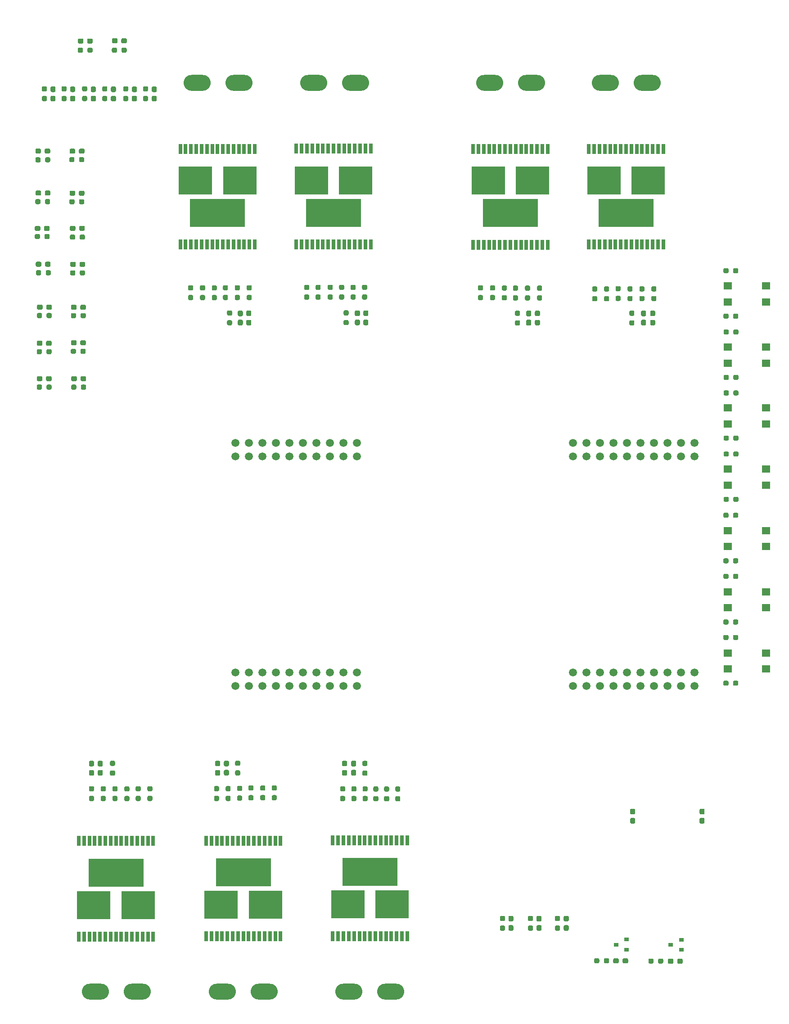
<source format=gbr>
%TF.GenerationSoftware,KiCad,Pcbnew,(5.1.9)-1*%
%TF.CreationDate,2022-03-15T17:45:56-05:00*%
%TF.ProjectId,ArmBoard_Hardware,41726d42-6f61-4726-945f-486172647761,2*%
%TF.SameCoordinates,Original*%
%TF.FileFunction,Paste,Top*%
%TF.FilePolarity,Positive*%
%FSLAX46Y46*%
G04 Gerber Fmt 4.6, Leading zero omitted, Abs format (unit mm)*
G04 Created by KiCad (PCBNEW (5.1.9)-1) date 2022-03-15 17:45:56*
%MOMM*%
%LPD*%
G01*
G04 APERTURE LIST*
%ADD10C,1.520000*%
%ADD11O,5.100000X3.000000*%
%ADD12R,0.635000X1.854200*%
%ADD13R,6.223000X5.257800*%
%ADD14R,10.312400X5.257800*%
%ADD15R,1.600000X1.400000*%
%ADD16R,0.900000X0.800000*%
G04 APERTURE END LIST*
D10*
%TO.C,U1*%
X165862000Y-117411500D03*
X143002000Y-163131500D03*
X145542000Y-163131500D03*
X153162000Y-163131500D03*
X155702000Y-119951500D03*
X150622000Y-163131500D03*
X148082000Y-163131500D03*
X150622000Y-117411500D03*
X145542000Y-119951500D03*
X155702000Y-163131500D03*
X158242000Y-163131500D03*
X145542000Y-117411500D03*
X150622000Y-119951500D03*
X153162000Y-119951500D03*
X165862000Y-119951500D03*
X163322000Y-119951500D03*
X160782000Y-119951500D03*
X158242000Y-119951500D03*
X148082000Y-119951500D03*
X143002000Y-119951500D03*
X163322000Y-117411500D03*
X160782000Y-117411500D03*
X158242000Y-117411500D03*
X155702000Y-117411500D03*
X153162000Y-117411500D03*
X148082000Y-117411500D03*
X143002000Y-117411500D03*
X165862000Y-160591500D03*
X163322000Y-160591500D03*
X160782000Y-160591500D03*
X158242000Y-160591500D03*
X155702000Y-160591500D03*
X153162000Y-160591500D03*
X150622000Y-160591500D03*
X148082000Y-160591500D03*
X145542000Y-160591500D03*
X143002000Y-160591500D03*
X165862000Y-163131500D03*
X163322000Y-163131500D03*
X160782000Y-163131500D03*
X229362000Y-119951500D03*
X226822000Y-119951500D03*
X224282000Y-119951500D03*
X221742000Y-119951500D03*
X219202000Y-119951500D03*
X216662000Y-119951500D03*
X214122000Y-119951500D03*
X211582000Y-119951500D03*
X209042000Y-119951500D03*
X206502000Y-119951500D03*
X229362000Y-117411500D03*
X226822000Y-117411500D03*
X224282000Y-117411500D03*
X221742000Y-117411500D03*
X219202000Y-117411500D03*
X216662000Y-117411500D03*
X214122000Y-117411500D03*
X211582000Y-117411500D03*
X209042000Y-117411500D03*
X206502000Y-117411500D03*
X229362000Y-160591500D03*
X226822000Y-160591500D03*
X224282000Y-160591500D03*
X221742000Y-160591500D03*
X219202000Y-160591500D03*
X216662000Y-160591500D03*
X214122000Y-160591500D03*
X211582000Y-160591500D03*
X209042000Y-160591500D03*
X206502000Y-160591500D03*
X229362000Y-163131500D03*
X226822000Y-163131500D03*
X224282000Y-163131500D03*
X221742000Y-163131500D03*
X219202000Y-163131500D03*
X216662000Y-163131500D03*
X214122000Y-163131500D03*
X211582000Y-163131500D03*
X209042000Y-163131500D03*
X206502000Y-163131500D03*
%TD*%
D11*
%TO.C,Conn7*%
X220417300Y-49663400D03*
X212543300Y-49663400D03*
%TD*%
%TO.C,Conn6*%
X198713000Y-49663400D03*
X190839000Y-49663400D03*
%TD*%
%TO.C,Conn5*%
X165540600Y-49663400D03*
X157666600Y-49663400D03*
%TD*%
%TO.C,Conn4*%
X143645800Y-49663400D03*
X135771800Y-49663400D03*
%TD*%
%TO.C,Conn3*%
X116653400Y-220639500D03*
X124527400Y-220639500D03*
%TD*%
%TO.C,Conn2*%
X140491300Y-220639500D03*
X148365300Y-220639500D03*
%TD*%
%TO.C,Conn1*%
X164316500Y-220618000D03*
X172190500Y-220618000D03*
%TD*%
%TO.C,1k42*%
G36*
G01*
X214722500Y-87919100D02*
X215197500Y-87919100D01*
G75*
G02*
X215435000Y-88156600I0J-237500D01*
G01*
X215435000Y-88656600D01*
G75*
G02*
X215197500Y-88894100I-237500J0D01*
G01*
X214722500Y-88894100D01*
G75*
G02*
X214485000Y-88656600I0J237500D01*
G01*
X214485000Y-88156600D01*
G75*
G02*
X214722500Y-87919100I237500J0D01*
G01*
G37*
G36*
G01*
X214722500Y-89744100D02*
X215197500Y-89744100D01*
G75*
G02*
X215435000Y-89981600I0J-237500D01*
G01*
X215435000Y-90481600D01*
G75*
G02*
X215197500Y-90719100I-237500J0D01*
G01*
X214722500Y-90719100D01*
G75*
G02*
X214485000Y-90481600I0J237500D01*
G01*
X214485000Y-89981600D01*
G75*
G02*
X214722500Y-89744100I237500J0D01*
G01*
G37*
%TD*%
%TO.C,1k30*%
G36*
G01*
X167034200Y-87664400D02*
X167509200Y-87664400D01*
G75*
G02*
X167746700Y-87901900I0J-237500D01*
G01*
X167746700Y-88401900D01*
G75*
G02*
X167509200Y-88639400I-237500J0D01*
G01*
X167034200Y-88639400D01*
G75*
G02*
X166796700Y-88401900I0J237500D01*
G01*
X166796700Y-87901900D01*
G75*
G02*
X167034200Y-87664400I237500J0D01*
G01*
G37*
G36*
G01*
X167034200Y-89489400D02*
X167509200Y-89489400D01*
G75*
G02*
X167746700Y-89726900I0J-237500D01*
G01*
X167746700Y-90226900D01*
G75*
G02*
X167509200Y-90464400I-237500J0D01*
G01*
X167034200Y-90464400D01*
G75*
G02*
X166796700Y-90226900I0J237500D01*
G01*
X166796700Y-89726900D01*
G75*
G02*
X167034200Y-89489400I237500J0D01*
G01*
G37*
%TD*%
%TO.C,1k37*%
G36*
G01*
X146122500Y-184648000D02*
X145647500Y-184648000D01*
G75*
G02*
X145410000Y-184410500I0J237500D01*
G01*
X145410000Y-183910500D01*
G75*
G02*
X145647500Y-183673000I237500J0D01*
G01*
X146122500Y-183673000D01*
G75*
G02*
X146360000Y-183910500I0J-237500D01*
G01*
X146360000Y-184410500D01*
G75*
G02*
X146122500Y-184648000I-237500J0D01*
G01*
G37*
G36*
G01*
X146122500Y-182823000D02*
X145647500Y-182823000D01*
G75*
G02*
X145410000Y-182585500I0J237500D01*
G01*
X145410000Y-182085500D01*
G75*
G02*
X145647500Y-181848000I237500J0D01*
G01*
X146122500Y-181848000D01*
G75*
G02*
X146360000Y-182085500I0J-237500D01*
G01*
X146360000Y-182585500D01*
G75*
G02*
X146122500Y-182823000I-237500J0D01*
G01*
G37*
%TD*%
D12*
%TO.C,MC3*%
X127497999Y-192308700D03*
X126498001Y-192308700D03*
X125498000Y-192308700D03*
X124498000Y-192308700D03*
X123497999Y-192308700D03*
X122498001Y-192308700D03*
X121498001Y-192308700D03*
X120498000Y-192308700D03*
X119497999Y-192308700D03*
X118497999Y-192308700D03*
X117498001Y-192308700D03*
X116498000Y-192308700D03*
X115498000Y-192308700D03*
X114497999Y-192308700D03*
X113497999Y-192308700D03*
X113498001Y-210317300D03*
X114497999Y-210317300D03*
X115498000Y-210317300D03*
X116498000Y-210317300D03*
X117498001Y-210317300D03*
X118497999Y-210317300D03*
X119497999Y-210317300D03*
X120498000Y-210317300D03*
X121498001Y-210317300D03*
X122498001Y-210317300D03*
X123497999Y-210317300D03*
X124498000Y-210317300D03*
X125498000Y-210317300D03*
X126498001Y-210317300D03*
X127498001Y-210317300D03*
D13*
X124663600Y-204361000D03*
D14*
X120498000Y-198265000D03*
D13*
X116332400Y-204361000D03*
%TD*%
%TO.C,1k41*%
G36*
G01*
X193323500Y-87794000D02*
X193798500Y-87794000D01*
G75*
G02*
X194036000Y-88031500I0J-237500D01*
G01*
X194036000Y-88531500D01*
G75*
G02*
X193798500Y-88769000I-237500J0D01*
G01*
X193323500Y-88769000D01*
G75*
G02*
X193086000Y-88531500I0J237500D01*
G01*
X193086000Y-88031500D01*
G75*
G02*
X193323500Y-87794000I237500J0D01*
G01*
G37*
G36*
G01*
X193323500Y-89619000D02*
X193798500Y-89619000D01*
G75*
G02*
X194036000Y-89856500I0J-237500D01*
G01*
X194036000Y-90356500D01*
G75*
G02*
X193798500Y-90594000I-237500J0D01*
G01*
X193323500Y-90594000D01*
G75*
G02*
X193086000Y-90356500I0J237500D01*
G01*
X193086000Y-89856500D01*
G75*
G02*
X193323500Y-89619000I237500J0D01*
G01*
G37*
%TD*%
%TO.C,1k40*%
G36*
G01*
X160570200Y-87667000D02*
X161045200Y-87667000D01*
G75*
G02*
X161282700Y-87904500I0J-237500D01*
G01*
X161282700Y-88404500D01*
G75*
G02*
X161045200Y-88642000I-237500J0D01*
G01*
X160570200Y-88642000D01*
G75*
G02*
X160332700Y-88404500I0J237500D01*
G01*
X160332700Y-87904500D01*
G75*
G02*
X160570200Y-87667000I237500J0D01*
G01*
G37*
G36*
G01*
X160570200Y-89492000D02*
X161045200Y-89492000D01*
G75*
G02*
X161282700Y-89729500I0J-237500D01*
G01*
X161282700Y-90229500D01*
G75*
G02*
X161045200Y-90467000I-237500J0D01*
G01*
X160570200Y-90467000D01*
G75*
G02*
X160332700Y-90229500I0J237500D01*
G01*
X160332700Y-89729500D01*
G75*
G02*
X160570200Y-89492000I237500J0D01*
G01*
G37*
%TD*%
%TO.C,1k39*%
G36*
G01*
X138763800Y-87781300D02*
X139238800Y-87781300D01*
G75*
G02*
X139476300Y-88018800I0J-237500D01*
G01*
X139476300Y-88518800D01*
G75*
G02*
X139238800Y-88756300I-237500J0D01*
G01*
X138763800Y-88756300D01*
G75*
G02*
X138526300Y-88518800I0J237500D01*
G01*
X138526300Y-88018800D01*
G75*
G02*
X138763800Y-87781300I237500J0D01*
G01*
G37*
G36*
G01*
X138763800Y-89606300D02*
X139238800Y-89606300D01*
G75*
G02*
X139476300Y-89843800I0J-237500D01*
G01*
X139476300Y-90343800D01*
G75*
G02*
X139238800Y-90581300I-237500J0D01*
G01*
X138763800Y-90581300D01*
G75*
G02*
X138526300Y-90343800I0J237500D01*
G01*
X138526300Y-89843800D01*
G75*
G02*
X138763800Y-89606300I237500J0D01*
G01*
G37*
%TD*%
%TO.C,1k38*%
G36*
G01*
X169617500Y-184828000D02*
X169142500Y-184828000D01*
G75*
G02*
X168905000Y-184590500I0J237500D01*
G01*
X168905000Y-184090500D01*
G75*
G02*
X169142500Y-183853000I237500J0D01*
G01*
X169617500Y-183853000D01*
G75*
G02*
X169855000Y-184090500I0J-237500D01*
G01*
X169855000Y-184590500D01*
G75*
G02*
X169617500Y-184828000I-237500J0D01*
G01*
G37*
G36*
G01*
X169617500Y-183003000D02*
X169142500Y-183003000D01*
G75*
G02*
X168905000Y-182765500I0J237500D01*
G01*
X168905000Y-182265500D01*
G75*
G02*
X169142500Y-182028000I237500J0D01*
G01*
X169617500Y-182028000D01*
G75*
G02*
X169855000Y-182265500I0J-237500D01*
G01*
X169855000Y-182765500D01*
G75*
G02*
X169617500Y-183003000I-237500J0D01*
G01*
G37*
%TD*%
%TO.C,1k36*%
G36*
G01*
X122792500Y-182987000D02*
X122317500Y-182987000D01*
G75*
G02*
X122080000Y-182749500I0J237500D01*
G01*
X122080000Y-182249500D01*
G75*
G02*
X122317500Y-182012000I237500J0D01*
G01*
X122792500Y-182012000D01*
G75*
G02*
X123030000Y-182249500I0J-237500D01*
G01*
X123030000Y-182749500D01*
G75*
G02*
X122792500Y-182987000I-237500J0D01*
G01*
G37*
G36*
G01*
X122792500Y-184812000D02*
X122317500Y-184812000D01*
G75*
G02*
X122080000Y-184574500I0J237500D01*
G01*
X122080000Y-184074500D01*
G75*
G02*
X122317500Y-183837000I237500J0D01*
G01*
X122792500Y-183837000D01*
G75*
G02*
X123030000Y-184074500I0J-237500D01*
G01*
X123030000Y-184574500D01*
G75*
G02*
X122792500Y-184812000I-237500J0D01*
G01*
G37*
%TD*%
%TO.C,D12*%
G36*
G01*
X105331000Y-62759900D02*
X105331000Y-62284900D01*
G75*
G02*
X105568500Y-62047400I237500J0D01*
G01*
X106143500Y-62047400D01*
G75*
G02*
X106381000Y-62284900I0J-237500D01*
G01*
X106381000Y-62759900D01*
G75*
G02*
X106143500Y-62997400I-237500J0D01*
G01*
X105568500Y-62997400D01*
G75*
G02*
X105331000Y-62759900I0J237500D01*
G01*
G37*
G36*
G01*
X107081000Y-62759900D02*
X107081000Y-62284900D01*
G75*
G02*
X107318500Y-62047400I237500J0D01*
G01*
X107893500Y-62047400D01*
G75*
G02*
X108131000Y-62284900I0J-237500D01*
G01*
X108131000Y-62759900D01*
G75*
G02*
X107893500Y-62997400I-237500J0D01*
G01*
X107318500Y-62997400D01*
G75*
G02*
X107081000Y-62759900I0J237500D01*
G01*
G37*
%TD*%
%TO.C,MC5*%
X165586300Y-68028600D03*
D14*
X161420700Y-74124600D03*
D13*
X157255100Y-68028600D03*
D12*
X154420699Y-62072300D03*
X155420699Y-62072300D03*
X156420700Y-62072300D03*
X157420700Y-62072300D03*
X158420701Y-62072300D03*
X159420699Y-62072300D03*
X160420699Y-62072300D03*
X161420700Y-62072300D03*
X162420701Y-62072300D03*
X163420701Y-62072300D03*
X164420699Y-62072300D03*
X165420700Y-62072300D03*
X166420700Y-62072300D03*
X167420701Y-62072300D03*
X168420699Y-62072300D03*
X168420701Y-80080900D03*
X167420701Y-80080900D03*
X166420700Y-80080900D03*
X165420700Y-80080900D03*
X164420699Y-80080900D03*
X163420701Y-80080900D03*
X162420701Y-80080900D03*
X161420700Y-80080900D03*
X160420699Y-80080900D03*
X159420699Y-80080900D03*
X158420701Y-80080900D03*
X157420700Y-80080900D03*
X156420700Y-80080900D03*
X155420699Y-80080900D03*
X154420701Y-80080900D03*
%TD*%
%TO.C,MC1*%
X175291999Y-192180700D03*
X174292001Y-192180700D03*
X173292000Y-192180700D03*
X172292000Y-192180700D03*
X171291999Y-192180700D03*
X170292001Y-192180700D03*
X169292001Y-192180700D03*
X168292000Y-192180700D03*
X167291999Y-192180700D03*
X166291999Y-192180700D03*
X165292001Y-192180700D03*
X164292000Y-192180700D03*
X163292000Y-192180700D03*
X162291999Y-192180700D03*
X161291999Y-192180700D03*
X161292001Y-210189300D03*
X162291999Y-210189300D03*
X163292000Y-210189300D03*
X164292000Y-210189300D03*
X165292001Y-210189300D03*
X166291999Y-210189300D03*
X167291999Y-210189300D03*
X168292000Y-210189300D03*
X169292001Y-210189300D03*
X170292001Y-210189300D03*
X171291999Y-210189300D03*
X172292000Y-210189300D03*
X173292000Y-210189300D03*
X174292001Y-210189300D03*
X175292001Y-210189300D03*
D13*
X172457600Y-204233000D03*
D14*
X168292000Y-198137000D03*
D13*
X164126400Y-204233000D03*
%TD*%
%TO.C,D24*%
G36*
G01*
X123732500Y-52127900D02*
X124207500Y-52127900D01*
G75*
G02*
X124445000Y-52365400I0J-237500D01*
G01*
X124445000Y-52940400D01*
G75*
G02*
X124207500Y-53177900I-237500J0D01*
G01*
X123732500Y-53177900D01*
G75*
G02*
X123495000Y-52940400I0J237500D01*
G01*
X123495000Y-52365400D01*
G75*
G02*
X123732500Y-52127900I237500J0D01*
G01*
G37*
G36*
G01*
X123732500Y-50377900D02*
X124207500Y-50377900D01*
G75*
G02*
X124445000Y-50615400I0J-237500D01*
G01*
X124445000Y-51190400D01*
G75*
G02*
X124207500Y-51427900I-237500J0D01*
G01*
X123732500Y-51427900D01*
G75*
G02*
X123495000Y-51190400I0J237500D01*
G01*
X123495000Y-50615400D01*
G75*
G02*
X123732500Y-50377900I237500J0D01*
G01*
G37*
%TD*%
%TO.C,D34*%
G36*
G01*
X127460500Y-52127900D02*
X127935500Y-52127900D01*
G75*
G02*
X128173000Y-52365400I0J-237500D01*
G01*
X128173000Y-52940400D01*
G75*
G02*
X127935500Y-53177900I-237500J0D01*
G01*
X127460500Y-53177900D01*
G75*
G02*
X127223000Y-52940400I0J237500D01*
G01*
X127223000Y-52365400D01*
G75*
G02*
X127460500Y-52127900I237500J0D01*
G01*
G37*
G36*
G01*
X127460500Y-50377900D02*
X127935500Y-50377900D01*
G75*
G02*
X128173000Y-50615400I0J-237500D01*
G01*
X128173000Y-51190400D01*
G75*
G02*
X127935500Y-51427900I-237500J0D01*
G01*
X127460500Y-51427900D01*
G75*
G02*
X127223000Y-51190400I0J237500D01*
G01*
X127223000Y-50615400D01*
G75*
G02*
X127460500Y-50377900I237500J0D01*
G01*
G37*
%TD*%
%TO.C,R26*%
G36*
G01*
X122096500Y-52157900D02*
X122571500Y-52157900D01*
G75*
G02*
X122809000Y-52395400I0J-237500D01*
G01*
X122809000Y-52895400D01*
G75*
G02*
X122571500Y-53132900I-237500J0D01*
G01*
X122096500Y-53132900D01*
G75*
G02*
X121859000Y-52895400I0J237500D01*
G01*
X121859000Y-52395400D01*
G75*
G02*
X122096500Y-52157900I237500J0D01*
G01*
G37*
G36*
G01*
X122096500Y-50332900D02*
X122571500Y-50332900D01*
G75*
G02*
X122809000Y-50570400I0J-237500D01*
G01*
X122809000Y-51070400D01*
G75*
G02*
X122571500Y-51307900I-237500J0D01*
G01*
X122096500Y-51307900D01*
G75*
G02*
X121859000Y-51070400I0J237500D01*
G01*
X121859000Y-50570400D01*
G75*
G02*
X122096500Y-50332900I237500J0D01*
G01*
G37*
%TD*%
%TO.C,R27*%
G36*
G01*
X125822500Y-52157900D02*
X126297500Y-52157900D01*
G75*
G02*
X126535000Y-52395400I0J-237500D01*
G01*
X126535000Y-52895400D01*
G75*
G02*
X126297500Y-53132900I-237500J0D01*
G01*
X125822500Y-53132900D01*
G75*
G02*
X125585000Y-52895400I0J237500D01*
G01*
X125585000Y-52395400D01*
G75*
G02*
X125822500Y-52157900I237500J0D01*
G01*
G37*
G36*
G01*
X125822500Y-50332900D02*
X126297500Y-50332900D01*
G75*
G02*
X126535000Y-50570400I0J-237500D01*
G01*
X126535000Y-51070400D01*
G75*
G02*
X126297500Y-51307900I-237500J0D01*
G01*
X125822500Y-51307900D01*
G75*
G02*
X125585000Y-51070400I0J237500D01*
G01*
X125585000Y-50570400D01*
G75*
G02*
X125822500Y-50332900I237500J0D01*
G01*
G37*
%TD*%
%TO.C,C1*%
G36*
G01*
X230983800Y-187304800D02*
X230508800Y-187304800D01*
G75*
G02*
X230271300Y-187067300I0J237500D01*
G01*
X230271300Y-186467300D01*
G75*
G02*
X230508800Y-186229800I237500J0D01*
G01*
X230983800Y-186229800D01*
G75*
G02*
X231221300Y-186467300I0J-237500D01*
G01*
X231221300Y-187067300D01*
G75*
G02*
X230983800Y-187304800I-237500J0D01*
G01*
G37*
G36*
G01*
X230983800Y-189029800D02*
X230508800Y-189029800D01*
G75*
G02*
X230271300Y-188792300I0J237500D01*
G01*
X230271300Y-188192300D01*
G75*
G02*
X230508800Y-187954800I237500J0D01*
G01*
X230983800Y-187954800D01*
G75*
G02*
X231221300Y-188192300I0J-237500D01*
G01*
X231221300Y-188792300D01*
G75*
G02*
X230983800Y-189029800I-237500J0D01*
G01*
G37*
%TD*%
%TO.C,MC4*%
X143772600Y-68054000D03*
D14*
X139607000Y-74150000D03*
D13*
X135441400Y-68054000D03*
D12*
X132606999Y-62097700D03*
X133606999Y-62097700D03*
X134607000Y-62097700D03*
X135607000Y-62097700D03*
X136607001Y-62097700D03*
X137606999Y-62097700D03*
X138606999Y-62097700D03*
X139607000Y-62097700D03*
X140607001Y-62097700D03*
X141607001Y-62097700D03*
X142606999Y-62097700D03*
X143607000Y-62097700D03*
X144607000Y-62097700D03*
X145607001Y-62097700D03*
X146606999Y-62097700D03*
X146607001Y-80106300D03*
X145607001Y-80106300D03*
X144607000Y-80106300D03*
X143607000Y-80106300D03*
X142606999Y-80106300D03*
X141607001Y-80106300D03*
X140607001Y-80106300D03*
X139607000Y-80106300D03*
X138606999Y-80106300D03*
X137606999Y-80106300D03*
X136607001Y-80106300D03*
X135607000Y-80106300D03*
X134607000Y-80106300D03*
X133606999Y-80106300D03*
X132607001Y-80106300D03*
%TD*%
%TO.C,D30*%
G36*
G01*
X111770000Y-70684400D02*
X111770000Y-70209400D01*
G75*
G02*
X112007500Y-69971900I237500J0D01*
G01*
X112582500Y-69971900D01*
G75*
G02*
X112820000Y-70209400I0J-237500D01*
G01*
X112820000Y-70684400D01*
G75*
G02*
X112582500Y-70921900I-237500J0D01*
G01*
X112007500Y-70921900D01*
G75*
G02*
X111770000Y-70684400I0J237500D01*
G01*
G37*
G36*
G01*
X113520000Y-70684400D02*
X113520000Y-70209400D01*
G75*
G02*
X113757500Y-69971900I237500J0D01*
G01*
X114332500Y-69971900D01*
G75*
G02*
X114570000Y-70209400I0J-237500D01*
G01*
X114570000Y-70684400D01*
G75*
G02*
X114332500Y-70921900I-237500J0D01*
G01*
X113757500Y-70921900D01*
G75*
G02*
X113520000Y-70684400I0J237500D01*
G01*
G37*
%TD*%
%TO.C,D25*%
G36*
G01*
X105407000Y-84045100D02*
X105407000Y-83570100D01*
G75*
G02*
X105644500Y-83332600I237500J0D01*
G01*
X106219500Y-83332600D01*
G75*
G02*
X106457000Y-83570100I0J-237500D01*
G01*
X106457000Y-84045100D01*
G75*
G02*
X106219500Y-84282600I-237500J0D01*
G01*
X105644500Y-84282600D01*
G75*
G02*
X105407000Y-84045100I0J237500D01*
G01*
G37*
G36*
G01*
X107157000Y-84045100D02*
X107157000Y-83570100D01*
G75*
G02*
X107394500Y-83332600I237500J0D01*
G01*
X107969500Y-83332600D01*
G75*
G02*
X108207000Y-83570100I0J-237500D01*
G01*
X108207000Y-84045100D01*
G75*
G02*
X107969500Y-84282600I-237500J0D01*
G01*
X107394500Y-84282600D01*
G75*
G02*
X107157000Y-84045100I0J237500D01*
G01*
G37*
%TD*%
%TO.C,D27*%
G36*
G01*
X111832000Y-77289200D02*
X111832000Y-76814200D01*
G75*
G02*
X112069500Y-76576700I237500J0D01*
G01*
X112644500Y-76576700D01*
G75*
G02*
X112882000Y-76814200I0J-237500D01*
G01*
X112882000Y-77289200D01*
G75*
G02*
X112644500Y-77526700I-237500J0D01*
G01*
X112069500Y-77526700D01*
G75*
G02*
X111832000Y-77289200I0J237500D01*
G01*
G37*
G36*
G01*
X113582000Y-77289200D02*
X113582000Y-76814200D01*
G75*
G02*
X113819500Y-76576700I237500J0D01*
G01*
X114394500Y-76576700D01*
G75*
G02*
X114632000Y-76814200I0J-237500D01*
G01*
X114632000Y-77289200D01*
G75*
G02*
X114394500Y-77526700I-237500J0D01*
G01*
X113819500Y-77526700D01*
G75*
G02*
X113582000Y-77289200I0J237500D01*
G01*
G37*
%TD*%
%TO.C,D31*%
G36*
G01*
X105369000Y-70659000D02*
X105369000Y-70184000D01*
G75*
G02*
X105606500Y-69946500I237500J0D01*
G01*
X106181500Y-69946500D01*
G75*
G02*
X106419000Y-70184000I0J-237500D01*
G01*
X106419000Y-70659000D01*
G75*
G02*
X106181500Y-70896500I-237500J0D01*
G01*
X105606500Y-70896500D01*
G75*
G02*
X105369000Y-70659000I0J237500D01*
G01*
G37*
G36*
G01*
X107119000Y-70659000D02*
X107119000Y-70184000D01*
G75*
G02*
X107356500Y-69946500I237500J0D01*
G01*
X107931500Y-69946500D01*
G75*
G02*
X108169000Y-70184000I0J-237500D01*
G01*
X108169000Y-70659000D01*
G75*
G02*
X107931500Y-70896500I-237500J0D01*
G01*
X107356500Y-70896500D01*
G75*
G02*
X107119000Y-70659000I0J237500D01*
G01*
G37*
%TD*%
%TO.C,D28*%
G36*
G01*
X105229000Y-77313600D02*
X105229000Y-76838600D01*
G75*
G02*
X105466500Y-76601100I237500J0D01*
G01*
X106041500Y-76601100D01*
G75*
G02*
X106279000Y-76838600I0J-237500D01*
G01*
X106279000Y-77313600D01*
G75*
G02*
X106041500Y-77551100I-237500J0D01*
G01*
X105466500Y-77551100D01*
G75*
G02*
X105229000Y-77313600I0J237500D01*
G01*
G37*
G36*
G01*
X106979000Y-77313600D02*
X106979000Y-76838600D01*
G75*
G02*
X107216500Y-76601100I237500J0D01*
G01*
X107791500Y-76601100D01*
G75*
G02*
X108029000Y-76838600I0J-237500D01*
G01*
X108029000Y-77313600D01*
G75*
G02*
X107791500Y-77551100I-237500J0D01*
G01*
X107216500Y-77551100D01*
G75*
G02*
X106979000Y-77313600I0J237500D01*
G01*
G37*
%TD*%
%TO.C,D11*%
G36*
G01*
X111784000Y-62784800D02*
X111784000Y-62309800D01*
G75*
G02*
X112021500Y-62072300I237500J0D01*
G01*
X112596500Y-62072300D01*
G75*
G02*
X112834000Y-62309800I0J-237500D01*
G01*
X112834000Y-62784800D01*
G75*
G02*
X112596500Y-63022300I-237500J0D01*
G01*
X112021500Y-63022300D01*
G75*
G02*
X111784000Y-62784800I0J237500D01*
G01*
G37*
G36*
G01*
X113534000Y-62784800D02*
X113534000Y-62309800D01*
G75*
G02*
X113771500Y-62072300I237500J0D01*
G01*
X114346500Y-62072300D01*
G75*
G02*
X114584000Y-62309800I0J-237500D01*
G01*
X114584000Y-62784800D01*
G75*
G02*
X114346500Y-63022300I-237500J0D01*
G01*
X113771500Y-63022300D01*
G75*
G02*
X113534000Y-62784800I0J237500D01*
G01*
G37*
%TD*%
%TO.C,D3*%
G36*
G01*
X105650000Y-92122200D02*
X105650000Y-91647200D01*
G75*
G02*
X105887500Y-91409700I237500J0D01*
G01*
X106462500Y-91409700D01*
G75*
G02*
X106700000Y-91647200I0J-237500D01*
G01*
X106700000Y-92122200D01*
G75*
G02*
X106462500Y-92359700I-237500J0D01*
G01*
X105887500Y-92359700D01*
G75*
G02*
X105650000Y-92122200I0J237500D01*
G01*
G37*
G36*
G01*
X107400000Y-92122200D02*
X107400000Y-91647200D01*
G75*
G02*
X107637500Y-91409700I237500J0D01*
G01*
X108212500Y-91409700D01*
G75*
G02*
X108450000Y-91647200I0J-237500D01*
G01*
X108450000Y-92122200D01*
G75*
G02*
X108212500Y-92359700I-237500J0D01*
G01*
X107637500Y-92359700D01*
G75*
G02*
X107400000Y-92122200I0J237500D01*
G01*
G37*
%TD*%
%TO.C,D8*%
G36*
G01*
X112087000Y-105584500D02*
X112087000Y-105109500D01*
G75*
G02*
X112324500Y-104872000I237500J0D01*
G01*
X112899500Y-104872000D01*
G75*
G02*
X113137000Y-105109500I0J-237500D01*
G01*
X113137000Y-105584500D01*
G75*
G02*
X112899500Y-105822000I-237500J0D01*
G01*
X112324500Y-105822000D01*
G75*
G02*
X112087000Y-105584500I0J237500D01*
G01*
G37*
G36*
G01*
X113837000Y-105584500D02*
X113837000Y-105109500D01*
G75*
G02*
X114074500Y-104872000I237500J0D01*
G01*
X114649500Y-104872000D01*
G75*
G02*
X114887000Y-105109500I0J-237500D01*
G01*
X114887000Y-105584500D01*
G75*
G02*
X114649500Y-105822000I-237500J0D01*
G01*
X114074500Y-105822000D01*
G75*
G02*
X113837000Y-105584500I0J237500D01*
G01*
G37*
%TD*%
%TO.C,D9*%
G36*
G01*
X105610000Y-105571500D02*
X105610000Y-105096500D01*
G75*
G02*
X105847500Y-104859000I237500J0D01*
G01*
X106422500Y-104859000D01*
G75*
G02*
X106660000Y-105096500I0J-237500D01*
G01*
X106660000Y-105571500D01*
G75*
G02*
X106422500Y-105809000I-237500J0D01*
G01*
X105847500Y-105809000D01*
G75*
G02*
X105610000Y-105571500I0J237500D01*
G01*
G37*
G36*
G01*
X107360000Y-105571500D02*
X107360000Y-105096500D01*
G75*
G02*
X107597500Y-104859000I237500J0D01*
G01*
X108172500Y-104859000D01*
G75*
G02*
X108410000Y-105096500I0J-237500D01*
G01*
X108410000Y-105571500D01*
G75*
G02*
X108172500Y-105809000I-237500J0D01*
G01*
X107597500Y-105809000D01*
G75*
G02*
X107360000Y-105571500I0J237500D01*
G01*
G37*
%TD*%
%TO.C,D6*%
G36*
G01*
X105610000Y-98916200D02*
X105610000Y-98441200D01*
G75*
G02*
X105847500Y-98203700I237500J0D01*
G01*
X106422500Y-98203700D01*
G75*
G02*
X106660000Y-98441200I0J-237500D01*
G01*
X106660000Y-98916200D01*
G75*
G02*
X106422500Y-99153700I-237500J0D01*
G01*
X105847500Y-99153700D01*
G75*
G02*
X105610000Y-98916200I0J237500D01*
G01*
G37*
G36*
G01*
X107360000Y-98916200D02*
X107360000Y-98441200D01*
G75*
G02*
X107597500Y-98203700I237500J0D01*
G01*
X108172500Y-98203700D01*
G75*
G02*
X108410000Y-98441200I0J-237500D01*
G01*
X108410000Y-98916200D01*
G75*
G02*
X108172500Y-99153700I-237500J0D01*
G01*
X107597500Y-99153700D01*
G75*
G02*
X107360000Y-98916200I0J237500D01*
G01*
G37*
%TD*%
%TO.C,D14*%
G36*
G01*
X111897000Y-84070000D02*
X111897000Y-83595000D01*
G75*
G02*
X112134500Y-83357500I237500J0D01*
G01*
X112709500Y-83357500D01*
G75*
G02*
X112947000Y-83595000I0J-237500D01*
G01*
X112947000Y-84070000D01*
G75*
G02*
X112709500Y-84307500I-237500J0D01*
G01*
X112134500Y-84307500D01*
G75*
G02*
X111897000Y-84070000I0J237500D01*
G01*
G37*
G36*
G01*
X113647000Y-84070000D02*
X113647000Y-83595000D01*
G75*
G02*
X113884500Y-83357500I237500J0D01*
G01*
X114459500Y-83357500D01*
G75*
G02*
X114697000Y-83595000I0J-237500D01*
G01*
X114697000Y-84070000D01*
G75*
G02*
X114459500Y-84307500I-237500J0D01*
G01*
X113884500Y-84307500D01*
G75*
G02*
X113647000Y-84070000I0J237500D01*
G01*
G37*
%TD*%
%TO.C,R7*%
G36*
G01*
X111721000Y-64372800D02*
X111721000Y-63897800D01*
G75*
G02*
X111958500Y-63660300I237500J0D01*
G01*
X112458500Y-63660300D01*
G75*
G02*
X112696000Y-63897800I0J-237500D01*
G01*
X112696000Y-64372800D01*
G75*
G02*
X112458500Y-64610300I-237500J0D01*
G01*
X111958500Y-64610300D01*
G75*
G02*
X111721000Y-64372800I0J237500D01*
G01*
G37*
G36*
G01*
X113546000Y-64372800D02*
X113546000Y-63897800D01*
G75*
G02*
X113783500Y-63660300I237500J0D01*
G01*
X114283500Y-63660300D01*
G75*
G02*
X114521000Y-63897800I0J-237500D01*
G01*
X114521000Y-64372800D01*
G75*
G02*
X114283500Y-64610300I-237500J0D01*
G01*
X113783500Y-64610300D01*
G75*
G02*
X113546000Y-64372800I0J237500D01*
G01*
G37*
%TD*%
%TO.C,R11*%
G36*
G01*
X111846000Y-78939200D02*
X111846000Y-78464200D01*
G75*
G02*
X112083500Y-78226700I237500J0D01*
G01*
X112583500Y-78226700D01*
G75*
G02*
X112821000Y-78464200I0J-237500D01*
G01*
X112821000Y-78939200D01*
G75*
G02*
X112583500Y-79176700I-237500J0D01*
G01*
X112083500Y-79176700D01*
G75*
G02*
X111846000Y-78939200I0J237500D01*
G01*
G37*
G36*
G01*
X113671000Y-78939200D02*
X113671000Y-78464200D01*
G75*
G02*
X113908500Y-78226700I237500J0D01*
G01*
X114408500Y-78226700D01*
G75*
G02*
X114646000Y-78464200I0J-237500D01*
G01*
X114646000Y-78939200D01*
G75*
G02*
X114408500Y-79176700I-237500J0D01*
G01*
X113908500Y-79176700D01*
G75*
G02*
X113671000Y-78939200I0J237500D01*
G01*
G37*
%TD*%
%TO.C,R13*%
G36*
G01*
X113552000Y-72296300D02*
X113552000Y-71821300D01*
G75*
G02*
X113789500Y-71583800I237500J0D01*
G01*
X114289500Y-71583800D01*
G75*
G02*
X114527000Y-71821300I0J-237500D01*
G01*
X114527000Y-72296300D01*
G75*
G02*
X114289500Y-72533800I-237500J0D01*
G01*
X113789500Y-72533800D01*
G75*
G02*
X113552000Y-72296300I0J237500D01*
G01*
G37*
G36*
G01*
X111727000Y-72296300D02*
X111727000Y-71821300D01*
G75*
G02*
X111964500Y-71583800I237500J0D01*
G01*
X112464500Y-71583800D01*
G75*
G02*
X112702000Y-71821300I0J-237500D01*
G01*
X112702000Y-72296300D01*
G75*
G02*
X112464500Y-72533800I-237500J0D01*
G01*
X111964500Y-72533800D01*
G75*
G02*
X111727000Y-72296300I0J237500D01*
G01*
G37*
%TD*%
%TO.C,R8*%
G36*
G01*
X105345000Y-64410900D02*
X105345000Y-63935900D01*
G75*
G02*
X105582500Y-63698400I237500J0D01*
G01*
X106082500Y-63698400D01*
G75*
G02*
X106320000Y-63935900I0J-237500D01*
G01*
X106320000Y-64410900D01*
G75*
G02*
X106082500Y-64648400I-237500J0D01*
G01*
X105582500Y-64648400D01*
G75*
G02*
X105345000Y-64410900I0J237500D01*
G01*
G37*
G36*
G01*
X107170000Y-64410900D02*
X107170000Y-63935900D01*
G75*
G02*
X107407500Y-63698400I237500J0D01*
G01*
X107907500Y-63698400D01*
G75*
G02*
X108145000Y-63935900I0J-237500D01*
G01*
X108145000Y-64410900D01*
G75*
G02*
X107907500Y-64648400I-237500J0D01*
G01*
X107407500Y-64648400D01*
G75*
G02*
X107170000Y-64410900I0J237500D01*
G01*
G37*
%TD*%
%TO.C,R14*%
G36*
G01*
X105318000Y-72271900D02*
X105318000Y-71796900D01*
G75*
G02*
X105555500Y-71559400I237500J0D01*
G01*
X106055500Y-71559400D01*
G75*
G02*
X106293000Y-71796900I0J-237500D01*
G01*
X106293000Y-72271900D01*
G75*
G02*
X106055500Y-72509400I-237500J0D01*
G01*
X105555500Y-72509400D01*
G75*
G02*
X105318000Y-72271900I0J237500D01*
G01*
G37*
G36*
G01*
X107143000Y-72271900D02*
X107143000Y-71796900D01*
G75*
G02*
X107380500Y-71559400I237500J0D01*
G01*
X107880500Y-71559400D01*
G75*
G02*
X108118000Y-71796900I0J-237500D01*
G01*
X108118000Y-72271900D01*
G75*
G02*
X107880500Y-72509400I-237500J0D01*
G01*
X107380500Y-72509400D01*
G75*
G02*
X107143000Y-72271900I0J237500D01*
G01*
G37*
%TD*%
%TO.C,R3*%
G36*
G01*
X112000000Y-100429500D02*
X112000000Y-99954500D01*
G75*
G02*
X112237500Y-99717000I237500J0D01*
G01*
X112737500Y-99717000D01*
G75*
G02*
X112975000Y-99954500I0J-237500D01*
G01*
X112975000Y-100429500D01*
G75*
G02*
X112737500Y-100667000I-237500J0D01*
G01*
X112237500Y-100667000D01*
G75*
G02*
X112000000Y-100429500I0J237500D01*
G01*
G37*
G36*
G01*
X113825000Y-100429500D02*
X113825000Y-99954500D01*
G75*
G02*
X114062500Y-99717000I237500J0D01*
G01*
X114562500Y-99717000D01*
G75*
G02*
X114800000Y-99954500I0J-237500D01*
G01*
X114800000Y-100429500D01*
G75*
G02*
X114562500Y-100667000I-237500J0D01*
G01*
X114062500Y-100667000D01*
G75*
G02*
X113825000Y-100429500I0J237500D01*
G01*
G37*
%TD*%
%TO.C,D5*%
G36*
G01*
X112036000Y-98827800D02*
X112036000Y-98352800D01*
G75*
G02*
X112273500Y-98115300I237500J0D01*
G01*
X112848500Y-98115300D01*
G75*
G02*
X113086000Y-98352800I0J-237500D01*
G01*
X113086000Y-98827800D01*
G75*
G02*
X112848500Y-99065300I-237500J0D01*
G01*
X112273500Y-99065300D01*
G75*
G02*
X112036000Y-98827800I0J237500D01*
G01*
G37*
G36*
G01*
X113786000Y-98827800D02*
X113786000Y-98352800D01*
G75*
G02*
X114023500Y-98115300I237500J0D01*
G01*
X114598500Y-98115300D01*
G75*
G02*
X114836000Y-98352800I0J-237500D01*
G01*
X114836000Y-98827800D01*
G75*
G02*
X114598500Y-99065300I-237500J0D01*
G01*
X114023500Y-99065300D01*
G75*
G02*
X113786000Y-98827800I0J237500D01*
G01*
G37*
%TD*%
%TO.C,D2*%
G36*
G01*
X112036000Y-92147600D02*
X112036000Y-91672600D01*
G75*
G02*
X112273500Y-91435100I237500J0D01*
G01*
X112848500Y-91435100D01*
G75*
G02*
X113086000Y-91672600I0J-237500D01*
G01*
X113086000Y-92147600D01*
G75*
G02*
X112848500Y-92385100I-237500J0D01*
G01*
X112273500Y-92385100D01*
G75*
G02*
X112036000Y-92147600I0J237500D01*
G01*
G37*
G36*
G01*
X113786000Y-92147600D02*
X113786000Y-91672600D01*
G75*
G02*
X114023500Y-91435100I237500J0D01*
G01*
X114598500Y-91435100D01*
G75*
G02*
X114836000Y-91672600I0J-237500D01*
G01*
X114836000Y-92147600D01*
G75*
G02*
X114598500Y-92385100I-237500J0D01*
G01*
X114023500Y-92385100D01*
G75*
G02*
X113786000Y-92147600I0J237500D01*
G01*
G37*
%TD*%
%TO.C,R2*%
G36*
G01*
X105620000Y-93703200D02*
X105620000Y-93228200D01*
G75*
G02*
X105857500Y-92990700I237500J0D01*
G01*
X106357500Y-92990700D01*
G75*
G02*
X106595000Y-93228200I0J-237500D01*
G01*
X106595000Y-93703200D01*
G75*
G02*
X106357500Y-93940700I-237500J0D01*
G01*
X105857500Y-93940700D01*
G75*
G02*
X105620000Y-93703200I0J237500D01*
G01*
G37*
G36*
G01*
X107445000Y-93703200D02*
X107445000Y-93228200D01*
G75*
G02*
X107682500Y-92990700I237500J0D01*
G01*
X108182500Y-92990700D01*
G75*
G02*
X108420000Y-93228200I0J-237500D01*
G01*
X108420000Y-93703200D01*
G75*
G02*
X108182500Y-93940700I-237500J0D01*
G01*
X107682500Y-93940700D01*
G75*
G02*
X107445000Y-93703200I0J237500D01*
G01*
G37*
%TD*%
%TO.C,R9*%
G36*
G01*
X111879000Y-85681000D02*
X111879000Y-85206000D01*
G75*
G02*
X112116500Y-84968500I237500J0D01*
G01*
X112616500Y-84968500D01*
G75*
G02*
X112854000Y-85206000I0J-237500D01*
G01*
X112854000Y-85681000D01*
G75*
G02*
X112616500Y-85918500I-237500J0D01*
G01*
X112116500Y-85918500D01*
G75*
G02*
X111879000Y-85681000I0J237500D01*
G01*
G37*
G36*
G01*
X113704000Y-85681000D02*
X113704000Y-85206000D01*
G75*
G02*
X113941500Y-84968500I237500J0D01*
G01*
X114441500Y-84968500D01*
G75*
G02*
X114679000Y-85206000I0J-237500D01*
G01*
X114679000Y-85681000D01*
G75*
G02*
X114441500Y-85918500I-237500J0D01*
G01*
X113941500Y-85918500D01*
G75*
G02*
X113704000Y-85681000I0J237500D01*
G01*
G37*
%TD*%
%TO.C,R4*%
G36*
G01*
X105587000Y-100505500D02*
X105587000Y-100030500D01*
G75*
G02*
X105824500Y-99793000I237500J0D01*
G01*
X106324500Y-99793000D01*
G75*
G02*
X106562000Y-100030500I0J-237500D01*
G01*
X106562000Y-100505500D01*
G75*
G02*
X106324500Y-100743000I-237500J0D01*
G01*
X105824500Y-100743000D01*
G75*
G02*
X105587000Y-100505500I0J237500D01*
G01*
G37*
G36*
G01*
X107412000Y-100505500D02*
X107412000Y-100030500D01*
G75*
G02*
X107649500Y-99793000I237500J0D01*
G01*
X108149500Y-99793000D01*
G75*
G02*
X108387000Y-100030500I0J-237500D01*
G01*
X108387000Y-100505500D01*
G75*
G02*
X108149500Y-100743000I-237500J0D01*
G01*
X107649500Y-100743000D01*
G75*
G02*
X107412000Y-100505500I0J237500D01*
G01*
G37*
%TD*%
%TO.C,R1*%
G36*
G01*
X112020000Y-93719600D02*
X112020000Y-93244600D01*
G75*
G02*
X112257500Y-93007100I237500J0D01*
G01*
X112757500Y-93007100D01*
G75*
G02*
X112995000Y-93244600I0J-237500D01*
G01*
X112995000Y-93719600D01*
G75*
G02*
X112757500Y-93957100I-237500J0D01*
G01*
X112257500Y-93957100D01*
G75*
G02*
X112020000Y-93719600I0J237500D01*
G01*
G37*
G36*
G01*
X113845000Y-93719600D02*
X113845000Y-93244600D01*
G75*
G02*
X114082500Y-93007100I237500J0D01*
G01*
X114582500Y-93007100D01*
G75*
G02*
X114820000Y-93244600I0J-237500D01*
G01*
X114820000Y-93719600D01*
G75*
G02*
X114582500Y-93957100I-237500J0D01*
G01*
X114082500Y-93957100D01*
G75*
G02*
X113845000Y-93719600I0J237500D01*
G01*
G37*
%TD*%
%TO.C,R6*%
G36*
G01*
X105601000Y-107156500D02*
X105601000Y-106681500D01*
G75*
G02*
X105838500Y-106444000I237500J0D01*
G01*
X106338500Y-106444000D01*
G75*
G02*
X106576000Y-106681500I0J-237500D01*
G01*
X106576000Y-107156500D01*
G75*
G02*
X106338500Y-107394000I-237500J0D01*
G01*
X105838500Y-107394000D01*
G75*
G02*
X105601000Y-107156500I0J237500D01*
G01*
G37*
G36*
G01*
X107426000Y-107156500D02*
X107426000Y-106681500D01*
G75*
G02*
X107663500Y-106444000I237500J0D01*
G01*
X108163500Y-106444000D01*
G75*
G02*
X108401000Y-106681500I0J-237500D01*
G01*
X108401000Y-107156500D01*
G75*
G02*
X108163500Y-107394000I-237500J0D01*
G01*
X107663500Y-107394000D01*
G75*
G02*
X107426000Y-107156500I0J237500D01*
G01*
G37*
%TD*%
%TO.C,R10*%
G36*
G01*
X105453000Y-85655100D02*
X105453000Y-85180100D01*
G75*
G02*
X105690500Y-84942600I237500J0D01*
G01*
X106190500Y-84942600D01*
G75*
G02*
X106428000Y-85180100I0J-237500D01*
G01*
X106428000Y-85655100D01*
G75*
G02*
X106190500Y-85892600I-237500J0D01*
G01*
X105690500Y-85892600D01*
G75*
G02*
X105453000Y-85655100I0J237500D01*
G01*
G37*
G36*
G01*
X107278000Y-85655100D02*
X107278000Y-85180100D01*
G75*
G02*
X107515500Y-84942600I237500J0D01*
G01*
X108015500Y-84942600D01*
G75*
G02*
X108253000Y-85180100I0J-237500D01*
G01*
X108253000Y-85655100D01*
G75*
G02*
X108015500Y-85892600I-237500J0D01*
G01*
X107515500Y-85892600D01*
G75*
G02*
X107278000Y-85655100I0J237500D01*
G01*
G37*
%TD*%
%TO.C,R5*%
G36*
G01*
X112078000Y-107169500D02*
X112078000Y-106694500D01*
G75*
G02*
X112315500Y-106457000I237500J0D01*
G01*
X112815500Y-106457000D01*
G75*
G02*
X113053000Y-106694500I0J-237500D01*
G01*
X113053000Y-107169500D01*
G75*
G02*
X112815500Y-107407000I-237500J0D01*
G01*
X112315500Y-107407000D01*
G75*
G02*
X112078000Y-107169500I0J237500D01*
G01*
G37*
G36*
G01*
X113903000Y-107169500D02*
X113903000Y-106694500D01*
G75*
G02*
X114140500Y-106457000I237500J0D01*
G01*
X114640500Y-106457000D01*
G75*
G02*
X114878000Y-106694500I0J-237500D01*
G01*
X114878000Y-107169500D01*
G75*
G02*
X114640500Y-107407000I-237500J0D01*
G01*
X114140500Y-107407000D01*
G75*
G02*
X113903000Y-107169500I0J237500D01*
G01*
G37*
%TD*%
%TO.C,R12*%
G36*
G01*
X105229000Y-78837600D02*
X105229000Y-78362600D01*
G75*
G02*
X105466500Y-78125100I237500J0D01*
G01*
X105966500Y-78125100D01*
G75*
G02*
X106204000Y-78362600I0J-237500D01*
G01*
X106204000Y-78837600D01*
G75*
G02*
X105966500Y-79075100I-237500J0D01*
G01*
X105466500Y-79075100D01*
G75*
G02*
X105229000Y-78837600I0J237500D01*
G01*
G37*
G36*
G01*
X107054000Y-78837600D02*
X107054000Y-78362600D01*
G75*
G02*
X107291500Y-78125100I237500J0D01*
G01*
X107791500Y-78125100D01*
G75*
G02*
X108029000Y-78362600I0J-237500D01*
G01*
X108029000Y-78837600D01*
G75*
G02*
X107791500Y-79075100I-237500J0D01*
G01*
X107291500Y-79075100D01*
G75*
G02*
X107054000Y-78837600I0J237500D01*
G01*
G37*
%TD*%
D15*
%TO.C,SW7*%
X235566700Y-90907100D03*
X242766700Y-90907100D03*
X235566700Y-87907100D03*
X242766700Y-87907100D03*
%TD*%
%TO.C,SW6*%
X235604800Y-102426200D03*
X242804800Y-102426200D03*
X235604800Y-99426200D03*
X242804800Y-99426200D03*
%TD*%
%TO.C,SW5*%
X235604800Y-113856600D03*
X242804800Y-113856600D03*
X235604800Y-110856600D03*
X242804800Y-110856600D03*
%TD*%
%TO.C,SW4*%
X235604800Y-125362600D03*
X242804800Y-125362600D03*
X235604800Y-122362600D03*
X242804800Y-122362600D03*
%TD*%
%TO.C,SW3*%
X235554000Y-136920000D03*
X242754000Y-136920000D03*
X235554000Y-133920000D03*
X242754000Y-133920000D03*
%TD*%
%TO.C,SW2*%
X235554000Y-148426000D03*
X242754000Y-148426000D03*
X235554000Y-145426000D03*
X242754000Y-145426000D03*
%TD*%
%TO.C,SW1*%
X235554000Y-159932000D03*
X242754000Y-159932000D03*
X235554000Y-156932000D03*
X242754000Y-156932000D03*
%TD*%
D13*
%TO.C,MC6*%
X198856100Y-68092100D03*
D14*
X194690500Y-74188100D03*
D13*
X190524900Y-68092100D03*
D12*
X187690499Y-62135800D03*
X188690499Y-62135800D03*
X189690500Y-62135800D03*
X190690500Y-62135800D03*
X191690501Y-62135800D03*
X192690499Y-62135800D03*
X193690499Y-62135800D03*
X194690500Y-62135800D03*
X195690501Y-62135800D03*
X196690501Y-62135800D03*
X197690499Y-62135800D03*
X198690500Y-62135800D03*
X199690500Y-62135800D03*
X200690501Y-62135800D03*
X201690499Y-62135800D03*
X201690501Y-80144400D03*
X200690501Y-80144400D03*
X199690500Y-80144400D03*
X198690500Y-80144400D03*
X197690499Y-80144400D03*
X196690501Y-80144400D03*
X195690501Y-80144400D03*
X194690500Y-80144400D03*
X193690499Y-80144400D03*
X192690499Y-80144400D03*
X191690501Y-80144400D03*
X190690500Y-80144400D03*
X189690500Y-80144400D03*
X188690499Y-80144400D03*
X187690501Y-80144400D03*
%TD*%
D13*
%TO.C,MC7*%
X220618600Y-68068000D03*
D14*
X216453000Y-74164000D03*
D13*
X212287400Y-68068000D03*
D12*
X209452999Y-62111700D03*
X210452999Y-62111700D03*
X211453000Y-62111700D03*
X212453000Y-62111700D03*
X213453001Y-62111700D03*
X214452999Y-62111700D03*
X215452999Y-62111700D03*
X216453000Y-62111700D03*
X217453001Y-62111700D03*
X218453001Y-62111700D03*
X219452999Y-62111700D03*
X220453000Y-62111700D03*
X221453000Y-62111700D03*
X222453001Y-62111700D03*
X223452999Y-62111700D03*
X223453001Y-80120300D03*
X222453001Y-80120300D03*
X221453000Y-80120300D03*
X220453000Y-80120300D03*
X219452999Y-80120300D03*
X218453001Y-80120300D03*
X217453001Y-80120300D03*
X216453000Y-80120300D03*
X215452999Y-80120300D03*
X214452999Y-80120300D03*
X213453001Y-80120300D03*
X212453000Y-80120300D03*
X211453000Y-80120300D03*
X210452999Y-80120300D03*
X209453001Y-80120300D03*
%TD*%
%TO.C,MC2*%
X151458999Y-192244700D03*
X150459001Y-192244700D03*
X149459000Y-192244700D03*
X148459000Y-192244700D03*
X147458999Y-192244700D03*
X146459001Y-192244700D03*
X145459001Y-192244700D03*
X144459000Y-192244700D03*
X143458999Y-192244700D03*
X142458999Y-192244700D03*
X141459001Y-192244700D03*
X140459000Y-192244700D03*
X139459000Y-192244700D03*
X138458999Y-192244700D03*
X137458999Y-192244700D03*
X137459001Y-210253300D03*
X138458999Y-210253300D03*
X139459000Y-210253300D03*
X140459000Y-210253300D03*
X141459001Y-210253300D03*
X142458999Y-210253300D03*
X143458999Y-210253300D03*
X144459000Y-210253300D03*
X145459001Y-210253300D03*
X146459001Y-210253300D03*
X147458999Y-210253300D03*
X148459000Y-210253300D03*
X149459000Y-210253300D03*
X150459001Y-210253300D03*
X151459001Y-210253300D03*
D13*
X148624600Y-204297000D03*
D14*
X144459000Y-198201000D03*
D13*
X140293400Y-204297000D03*
%TD*%
%TO.C,D29*%
G36*
G01*
X199546500Y-92528700D02*
X200021500Y-92528700D01*
G75*
G02*
X200259000Y-92766200I0J-237500D01*
G01*
X200259000Y-93341200D01*
G75*
G02*
X200021500Y-93578700I-237500J0D01*
G01*
X199546500Y-93578700D01*
G75*
G02*
X199309000Y-93341200I0J237500D01*
G01*
X199309000Y-92766200D01*
G75*
G02*
X199546500Y-92528700I237500J0D01*
G01*
G37*
G36*
G01*
X199546500Y-94278700D02*
X200021500Y-94278700D01*
G75*
G02*
X200259000Y-94516200I0J-237500D01*
G01*
X200259000Y-95091200D01*
G75*
G02*
X200021500Y-95328700I-237500J0D01*
G01*
X199546500Y-95328700D01*
G75*
G02*
X199309000Y-95091200I0J237500D01*
G01*
X199309000Y-94516200D01*
G75*
G02*
X199546500Y-94278700I237500J0D01*
G01*
G37*
%TD*%
%TO.C,D26*%
G36*
G01*
X167262200Y-94241400D02*
X167737200Y-94241400D01*
G75*
G02*
X167974700Y-94478900I0J-237500D01*
G01*
X167974700Y-95053900D01*
G75*
G02*
X167737200Y-95291400I-237500J0D01*
G01*
X167262200Y-95291400D01*
G75*
G02*
X167024700Y-95053900I0J237500D01*
G01*
X167024700Y-94478900D01*
G75*
G02*
X167262200Y-94241400I237500J0D01*
G01*
G37*
G36*
G01*
X167262200Y-92491400D02*
X167737200Y-92491400D01*
G75*
G02*
X167974700Y-92728900I0J-237500D01*
G01*
X167974700Y-93303900D01*
G75*
G02*
X167737200Y-93541400I-237500J0D01*
G01*
X167262200Y-93541400D01*
G75*
G02*
X167024700Y-93303900I0J237500D01*
G01*
X167024700Y-92728900D01*
G75*
G02*
X167262200Y-92491400I237500J0D01*
G01*
G37*
%TD*%
%TO.C,D13*%
G36*
G01*
X145240800Y-92517000D02*
X145715800Y-92517000D01*
G75*
G02*
X145953300Y-92754500I0J-237500D01*
G01*
X145953300Y-93329500D01*
G75*
G02*
X145715800Y-93567000I-237500J0D01*
G01*
X145240800Y-93567000D01*
G75*
G02*
X145003300Y-93329500I0J237500D01*
G01*
X145003300Y-92754500D01*
G75*
G02*
X145240800Y-92517000I237500J0D01*
G01*
G37*
G36*
G01*
X145240800Y-94267000D02*
X145715800Y-94267000D01*
G75*
G02*
X145953300Y-94504500I0J-237500D01*
G01*
X145953300Y-95079500D01*
G75*
G02*
X145715800Y-95317000I-237500J0D01*
G01*
X145240800Y-95317000D01*
G75*
G02*
X145003300Y-95079500I0J237500D01*
G01*
X145003300Y-94504500D01*
G75*
G02*
X145240800Y-94267000I237500J0D01*
G01*
G37*
%TD*%
%TO.C,D10*%
G36*
G01*
X221224500Y-92529300D02*
X221699500Y-92529300D01*
G75*
G02*
X221937000Y-92766800I0J-237500D01*
G01*
X221937000Y-93341800D01*
G75*
G02*
X221699500Y-93579300I-237500J0D01*
G01*
X221224500Y-93579300D01*
G75*
G02*
X220987000Y-93341800I0J237500D01*
G01*
X220987000Y-92766800D01*
G75*
G02*
X221224500Y-92529300I237500J0D01*
G01*
G37*
G36*
G01*
X221224500Y-94279300D02*
X221699500Y-94279300D01*
G75*
G02*
X221937000Y-94516800I0J-237500D01*
G01*
X221937000Y-95091800D01*
G75*
G02*
X221699500Y-95329300I-237500J0D01*
G01*
X221224500Y-95329300D01*
G75*
G02*
X220987000Y-95091800I0J237500D01*
G01*
X220987000Y-94516800D01*
G75*
G02*
X221224500Y-94279300I237500J0D01*
G01*
G37*
%TD*%
%TO.C,D7*%
G36*
G01*
X163737500Y-178250000D02*
X163262500Y-178250000D01*
G75*
G02*
X163025000Y-178012500I0J237500D01*
G01*
X163025000Y-177437500D01*
G75*
G02*
X163262500Y-177200000I237500J0D01*
G01*
X163737500Y-177200000D01*
G75*
G02*
X163975000Y-177437500I0J-237500D01*
G01*
X163975000Y-178012500D01*
G75*
G02*
X163737500Y-178250000I-237500J0D01*
G01*
G37*
G36*
G01*
X163737500Y-180000000D02*
X163262500Y-180000000D01*
G75*
G02*
X163025000Y-179762500I0J237500D01*
G01*
X163025000Y-179187500D01*
G75*
G02*
X163262500Y-178950000I237500J0D01*
G01*
X163737500Y-178950000D01*
G75*
G02*
X163975000Y-179187500I0J-237500D01*
G01*
X163975000Y-179762500D01*
G75*
G02*
X163737500Y-180000000I-237500J0D01*
G01*
G37*
%TD*%
%TO.C,D4*%
G36*
G01*
X139860800Y-178250200D02*
X139385800Y-178250200D01*
G75*
G02*
X139148300Y-178012700I0J237500D01*
G01*
X139148300Y-177437700D01*
G75*
G02*
X139385800Y-177200200I237500J0D01*
G01*
X139860800Y-177200200D01*
G75*
G02*
X140098300Y-177437700I0J-237500D01*
G01*
X140098300Y-178012700D01*
G75*
G02*
X139860800Y-178250200I-237500J0D01*
G01*
G37*
G36*
G01*
X139860800Y-180000200D02*
X139385800Y-180000200D01*
G75*
G02*
X139148300Y-179762700I0J237500D01*
G01*
X139148300Y-179187700D01*
G75*
G02*
X139385800Y-178950200I237500J0D01*
G01*
X139860800Y-178950200D01*
G75*
G02*
X140098300Y-179187700I0J-237500D01*
G01*
X140098300Y-179762700D01*
G75*
G02*
X139860800Y-180000200I-237500J0D01*
G01*
G37*
%TD*%
%TO.C,D1*%
G36*
G01*
X116137700Y-178263200D02*
X115662700Y-178263200D01*
G75*
G02*
X115425200Y-178025700I0J237500D01*
G01*
X115425200Y-177450700D01*
G75*
G02*
X115662700Y-177213200I237500J0D01*
G01*
X116137700Y-177213200D01*
G75*
G02*
X116375200Y-177450700I0J-237500D01*
G01*
X116375200Y-178025700D01*
G75*
G02*
X116137700Y-178263200I-237500J0D01*
G01*
G37*
G36*
G01*
X116137700Y-180013200D02*
X115662700Y-180013200D01*
G75*
G02*
X115425200Y-179775700I0J237500D01*
G01*
X115425200Y-179200700D01*
G75*
G02*
X115662700Y-178963200I237500J0D01*
G01*
X116137700Y-178963200D01*
G75*
G02*
X116375200Y-179200700I0J-237500D01*
G01*
X116375200Y-179775700D01*
G75*
G02*
X116137700Y-180013200I-237500J0D01*
G01*
G37*
%TD*%
%TO.C,C11*%
G36*
G01*
X197895500Y-92528700D02*
X198370500Y-92528700D01*
G75*
G02*
X198608000Y-92766200I0J-237500D01*
G01*
X198608000Y-93366200D01*
G75*
G02*
X198370500Y-93603700I-237500J0D01*
G01*
X197895500Y-93603700D01*
G75*
G02*
X197658000Y-93366200I0J237500D01*
G01*
X197658000Y-92766200D01*
G75*
G02*
X197895500Y-92528700I237500J0D01*
G01*
G37*
G36*
G01*
X197895500Y-94253700D02*
X198370500Y-94253700D01*
G75*
G02*
X198608000Y-94491200I0J-237500D01*
G01*
X198608000Y-95091200D01*
G75*
G02*
X198370500Y-95328700I-237500J0D01*
G01*
X197895500Y-95328700D01*
G75*
G02*
X197658000Y-95091200I0J237500D01*
G01*
X197658000Y-94491200D01*
G75*
G02*
X197895500Y-94253700I237500J0D01*
G01*
G37*
%TD*%
%TO.C,C10*%
G36*
G01*
X165676200Y-94216400D02*
X166151200Y-94216400D01*
G75*
G02*
X166388700Y-94453900I0J-237500D01*
G01*
X166388700Y-95053900D01*
G75*
G02*
X166151200Y-95291400I-237500J0D01*
G01*
X165676200Y-95291400D01*
G75*
G02*
X165438700Y-95053900I0J237500D01*
G01*
X165438700Y-94453900D01*
G75*
G02*
X165676200Y-94216400I237500J0D01*
G01*
G37*
G36*
G01*
X165676200Y-92491400D02*
X166151200Y-92491400D01*
G75*
G02*
X166388700Y-92728900I0J-237500D01*
G01*
X166388700Y-93328900D01*
G75*
G02*
X166151200Y-93566400I-237500J0D01*
G01*
X165676200Y-93566400D01*
G75*
G02*
X165438700Y-93328900I0J237500D01*
G01*
X165438700Y-92728900D01*
G75*
G02*
X165676200Y-92491400I237500J0D01*
G01*
G37*
%TD*%
%TO.C,C9*%
G36*
G01*
X143653800Y-92517000D02*
X144128800Y-92517000D01*
G75*
G02*
X144366300Y-92754500I0J-237500D01*
G01*
X144366300Y-93354500D01*
G75*
G02*
X144128800Y-93592000I-237500J0D01*
G01*
X143653800Y-93592000D01*
G75*
G02*
X143416300Y-93354500I0J237500D01*
G01*
X143416300Y-92754500D01*
G75*
G02*
X143653800Y-92517000I237500J0D01*
G01*
G37*
G36*
G01*
X143653800Y-94242000D02*
X144128800Y-94242000D01*
G75*
G02*
X144366300Y-94479500I0J-237500D01*
G01*
X144366300Y-95079500D01*
G75*
G02*
X144128800Y-95317000I-237500J0D01*
G01*
X143653800Y-95317000D01*
G75*
G02*
X143416300Y-95079500I0J237500D01*
G01*
X143416300Y-94479500D01*
G75*
G02*
X143653800Y-94242000I237500J0D01*
G01*
G37*
%TD*%
%TO.C,C8*%
G36*
G01*
X219510500Y-92529300D02*
X219985500Y-92529300D01*
G75*
G02*
X220223000Y-92766800I0J-237500D01*
G01*
X220223000Y-93366800D01*
G75*
G02*
X219985500Y-93604300I-237500J0D01*
G01*
X219510500Y-93604300D01*
G75*
G02*
X219273000Y-93366800I0J237500D01*
G01*
X219273000Y-92766800D01*
G75*
G02*
X219510500Y-92529300I237500J0D01*
G01*
G37*
G36*
G01*
X219510500Y-94254300D02*
X219985500Y-94254300D01*
G75*
G02*
X220223000Y-94491800I0J-237500D01*
G01*
X220223000Y-95091800D01*
G75*
G02*
X219985500Y-95329300I-237500J0D01*
G01*
X219510500Y-95329300D01*
G75*
G02*
X219273000Y-95091800I0J237500D01*
G01*
X219273000Y-94491800D01*
G75*
G02*
X219510500Y-94254300I237500J0D01*
G01*
G37*
%TD*%
%TO.C,C7*%
G36*
G01*
X165451500Y-178275000D02*
X164976500Y-178275000D01*
G75*
G02*
X164739000Y-178037500I0J237500D01*
G01*
X164739000Y-177437500D01*
G75*
G02*
X164976500Y-177200000I237500J0D01*
G01*
X165451500Y-177200000D01*
G75*
G02*
X165689000Y-177437500I0J-237500D01*
G01*
X165689000Y-178037500D01*
G75*
G02*
X165451500Y-178275000I-237500J0D01*
G01*
G37*
G36*
G01*
X165451500Y-180000000D02*
X164976500Y-180000000D01*
G75*
G02*
X164739000Y-179762500I0J237500D01*
G01*
X164739000Y-179162500D01*
G75*
G02*
X164976500Y-178925000I237500J0D01*
G01*
X165451500Y-178925000D01*
G75*
G02*
X165689000Y-179162500I0J-237500D01*
G01*
X165689000Y-179762500D01*
G75*
G02*
X165451500Y-180000000I-237500J0D01*
G01*
G37*
%TD*%
%TO.C,C6*%
G36*
G01*
X141512800Y-178275200D02*
X141037800Y-178275200D01*
G75*
G02*
X140800300Y-178037700I0J237500D01*
G01*
X140800300Y-177437700D01*
G75*
G02*
X141037800Y-177200200I237500J0D01*
G01*
X141512800Y-177200200D01*
G75*
G02*
X141750300Y-177437700I0J-237500D01*
G01*
X141750300Y-178037700D01*
G75*
G02*
X141512800Y-178275200I-237500J0D01*
G01*
G37*
G36*
G01*
X141512800Y-180000200D02*
X141037800Y-180000200D01*
G75*
G02*
X140800300Y-179762700I0J237500D01*
G01*
X140800300Y-179162700D01*
G75*
G02*
X141037800Y-178925200I237500J0D01*
G01*
X141512800Y-178925200D01*
G75*
G02*
X141750300Y-179162700I0J-237500D01*
G01*
X141750300Y-179762700D01*
G75*
G02*
X141512800Y-180000200I-237500J0D01*
G01*
G37*
%TD*%
%TO.C,C5*%
G36*
G01*
X117788700Y-178288200D02*
X117313700Y-178288200D01*
G75*
G02*
X117076200Y-178050700I0J237500D01*
G01*
X117076200Y-177450700D01*
G75*
G02*
X117313700Y-177213200I237500J0D01*
G01*
X117788700Y-177213200D01*
G75*
G02*
X118026200Y-177450700I0J-237500D01*
G01*
X118026200Y-178050700D01*
G75*
G02*
X117788700Y-178288200I-237500J0D01*
G01*
G37*
G36*
G01*
X117788700Y-180013200D02*
X117313700Y-180013200D01*
G75*
G02*
X117076200Y-179775700I0J237500D01*
G01*
X117076200Y-179175700D01*
G75*
G02*
X117313700Y-178938200I237500J0D01*
G01*
X117788700Y-178938200D01*
G75*
G02*
X118026200Y-179175700I0J-237500D01*
G01*
X118026200Y-179775700D01*
G75*
G02*
X117788700Y-180013200I-237500J0D01*
G01*
G37*
%TD*%
%TO.C,1k35*%
G36*
G01*
X199952500Y-89655700D02*
X200427500Y-89655700D01*
G75*
G02*
X200665000Y-89893200I0J-237500D01*
G01*
X200665000Y-90393200D01*
G75*
G02*
X200427500Y-90630700I-237500J0D01*
G01*
X199952500Y-90630700D01*
G75*
G02*
X199715000Y-90393200I0J237500D01*
G01*
X199715000Y-89893200D01*
G75*
G02*
X199952500Y-89655700I237500J0D01*
G01*
G37*
G36*
G01*
X199952500Y-87830700D02*
X200427500Y-87830700D01*
G75*
G02*
X200665000Y-88068200I0J-237500D01*
G01*
X200665000Y-88568200D01*
G75*
G02*
X200427500Y-88805700I-237500J0D01*
G01*
X199952500Y-88805700D01*
G75*
G02*
X199715000Y-88568200I0J237500D01*
G01*
X199715000Y-88068200D01*
G75*
G02*
X199952500Y-87830700I237500J0D01*
G01*
G37*
%TD*%
%TO.C,1k34*%
G36*
G01*
X195412500Y-89655700D02*
X195887500Y-89655700D01*
G75*
G02*
X196125000Y-89893200I0J-237500D01*
G01*
X196125000Y-90393200D01*
G75*
G02*
X195887500Y-90630700I-237500J0D01*
G01*
X195412500Y-90630700D01*
G75*
G02*
X195175000Y-90393200I0J237500D01*
G01*
X195175000Y-89893200D01*
G75*
G02*
X195412500Y-89655700I237500J0D01*
G01*
G37*
G36*
G01*
X195412500Y-87830700D02*
X195887500Y-87830700D01*
G75*
G02*
X196125000Y-88068200I0J-237500D01*
G01*
X196125000Y-88568200D01*
G75*
G02*
X195887500Y-88805700I-237500J0D01*
G01*
X195412500Y-88805700D01*
G75*
G02*
X195175000Y-88568200I0J237500D01*
G01*
X195175000Y-88068200D01*
G75*
G02*
X195412500Y-87830700I237500J0D01*
G01*
G37*
%TD*%
%TO.C,1k33*%
G36*
G01*
X191097500Y-89604900D02*
X191572500Y-89604900D01*
G75*
G02*
X191810000Y-89842400I0J-237500D01*
G01*
X191810000Y-90342400D01*
G75*
G02*
X191572500Y-90579900I-237500J0D01*
G01*
X191097500Y-90579900D01*
G75*
G02*
X190860000Y-90342400I0J237500D01*
G01*
X190860000Y-89842400D01*
G75*
G02*
X191097500Y-89604900I237500J0D01*
G01*
G37*
G36*
G01*
X191097500Y-87779900D02*
X191572500Y-87779900D01*
G75*
G02*
X191810000Y-88017400I0J-237500D01*
G01*
X191810000Y-88517400D01*
G75*
G02*
X191572500Y-88754900I-237500J0D01*
G01*
X191097500Y-88754900D01*
G75*
G02*
X190860000Y-88517400I0J237500D01*
G01*
X190860000Y-88017400D01*
G75*
G02*
X191097500Y-87779900I237500J0D01*
G01*
G37*
%TD*%
%TO.C,1k32*%
G36*
G01*
X188826500Y-89604900D02*
X189301500Y-89604900D01*
G75*
G02*
X189539000Y-89842400I0J-237500D01*
G01*
X189539000Y-90342400D01*
G75*
G02*
X189301500Y-90579900I-237500J0D01*
G01*
X188826500Y-90579900D01*
G75*
G02*
X188589000Y-90342400I0J237500D01*
G01*
X188589000Y-89842400D01*
G75*
G02*
X188826500Y-89604900I237500J0D01*
G01*
G37*
G36*
G01*
X188826500Y-87779900D02*
X189301500Y-87779900D01*
G75*
G02*
X189539000Y-88017400I0J-237500D01*
G01*
X189539000Y-88517400D01*
G75*
G02*
X189301500Y-88754900I-237500J0D01*
G01*
X188826500Y-88754900D01*
G75*
G02*
X188589000Y-88517400I0J237500D01*
G01*
X188589000Y-88017400D01*
G75*
G02*
X188826500Y-87779900I237500J0D01*
G01*
G37*
%TD*%
%TO.C,1k31*%
G36*
G01*
X197682500Y-89655700D02*
X198157500Y-89655700D01*
G75*
G02*
X198395000Y-89893200I0J-237500D01*
G01*
X198395000Y-90393200D01*
G75*
G02*
X198157500Y-90630700I-237500J0D01*
G01*
X197682500Y-90630700D01*
G75*
G02*
X197445000Y-90393200I0J237500D01*
G01*
X197445000Y-89893200D01*
G75*
G02*
X197682500Y-89655700I237500J0D01*
G01*
G37*
G36*
G01*
X197682500Y-87830700D02*
X198157500Y-87830700D01*
G75*
G02*
X198395000Y-88068200I0J-237500D01*
G01*
X198395000Y-88568200D01*
G75*
G02*
X198157500Y-88805700I-237500J0D01*
G01*
X197682500Y-88805700D01*
G75*
G02*
X197445000Y-88568200I0J237500D01*
G01*
X197445000Y-88068200D01*
G75*
G02*
X197682500Y-87830700I237500J0D01*
G01*
G37*
%TD*%
%TO.C,1k29*%
G36*
G01*
X162716200Y-87664400D02*
X163191200Y-87664400D01*
G75*
G02*
X163428700Y-87901900I0J-237500D01*
G01*
X163428700Y-88401900D01*
G75*
G02*
X163191200Y-88639400I-237500J0D01*
G01*
X162716200Y-88639400D01*
G75*
G02*
X162478700Y-88401900I0J237500D01*
G01*
X162478700Y-87901900D01*
G75*
G02*
X162716200Y-87664400I237500J0D01*
G01*
G37*
G36*
G01*
X162716200Y-89489400D02*
X163191200Y-89489400D01*
G75*
G02*
X163428700Y-89726900I0J-237500D01*
G01*
X163428700Y-90226900D01*
G75*
G02*
X163191200Y-90464400I-237500J0D01*
G01*
X162716200Y-90464400D01*
G75*
G02*
X162478700Y-90226900I0J237500D01*
G01*
X162478700Y-89726900D01*
G75*
G02*
X162716200Y-89489400I237500J0D01*
G01*
G37*
%TD*%
%TO.C,1k28*%
G36*
G01*
X158296200Y-87677100D02*
X158771200Y-87677100D01*
G75*
G02*
X159008700Y-87914600I0J-237500D01*
G01*
X159008700Y-88414600D01*
G75*
G02*
X158771200Y-88652100I-237500J0D01*
G01*
X158296200Y-88652100D01*
G75*
G02*
X158058700Y-88414600I0J237500D01*
G01*
X158058700Y-87914600D01*
G75*
G02*
X158296200Y-87677100I237500J0D01*
G01*
G37*
G36*
G01*
X158296200Y-89502100D02*
X158771200Y-89502100D01*
G75*
G02*
X159008700Y-89739600I0J-237500D01*
G01*
X159008700Y-90239600D01*
G75*
G02*
X158771200Y-90477100I-237500J0D01*
G01*
X158296200Y-90477100D01*
G75*
G02*
X158058700Y-90239600I0J237500D01*
G01*
X158058700Y-89739600D01*
G75*
G02*
X158296200Y-89502100I237500J0D01*
G01*
G37*
%TD*%
%TO.C,1k27*%
G36*
G01*
X156137200Y-87677100D02*
X156612200Y-87677100D01*
G75*
G02*
X156849700Y-87914600I0J-237500D01*
G01*
X156849700Y-88414600D01*
G75*
G02*
X156612200Y-88652100I-237500J0D01*
G01*
X156137200Y-88652100D01*
G75*
G02*
X155899700Y-88414600I0J237500D01*
G01*
X155899700Y-87914600D01*
G75*
G02*
X156137200Y-87677100I237500J0D01*
G01*
G37*
G36*
G01*
X156137200Y-89502100D02*
X156612200Y-89502100D01*
G75*
G02*
X156849700Y-89739600I0J-237500D01*
G01*
X156849700Y-90239600D01*
G75*
G02*
X156612200Y-90477100I-237500J0D01*
G01*
X156137200Y-90477100D01*
G75*
G02*
X155899700Y-90239600I0J237500D01*
G01*
X155899700Y-89739600D01*
G75*
G02*
X156137200Y-89502100I237500J0D01*
G01*
G37*
%TD*%
%TO.C,1k26*%
G36*
G01*
X164875200Y-87664400D02*
X165350200Y-87664400D01*
G75*
G02*
X165587700Y-87901900I0J-237500D01*
G01*
X165587700Y-88401900D01*
G75*
G02*
X165350200Y-88639400I-237500J0D01*
G01*
X164875200Y-88639400D01*
G75*
G02*
X164637700Y-88401900I0J237500D01*
G01*
X164637700Y-87901900D01*
G75*
G02*
X164875200Y-87664400I237500J0D01*
G01*
G37*
G36*
G01*
X164875200Y-89489400D02*
X165350200Y-89489400D01*
G75*
G02*
X165587700Y-89726900I0J-237500D01*
G01*
X165587700Y-90226900D01*
G75*
G02*
X165350200Y-90464400I-237500J0D01*
G01*
X164875200Y-90464400D01*
G75*
G02*
X164637700Y-90226900I0J237500D01*
G01*
X164637700Y-89726900D01*
G75*
G02*
X164875200Y-89489400I237500J0D01*
G01*
G37*
%TD*%
%TO.C,1k25*%
G36*
G01*
X145329800Y-89579000D02*
X145804800Y-89579000D01*
G75*
G02*
X146042300Y-89816500I0J-237500D01*
G01*
X146042300Y-90316500D01*
G75*
G02*
X145804800Y-90554000I-237500J0D01*
G01*
X145329800Y-90554000D01*
G75*
G02*
X145092300Y-90316500I0J237500D01*
G01*
X145092300Y-89816500D01*
G75*
G02*
X145329800Y-89579000I237500J0D01*
G01*
G37*
G36*
G01*
X145329800Y-87754000D02*
X145804800Y-87754000D01*
G75*
G02*
X146042300Y-87991500I0J-237500D01*
G01*
X146042300Y-88491500D01*
G75*
G02*
X145804800Y-88729000I-237500J0D01*
G01*
X145329800Y-88729000D01*
G75*
G02*
X145092300Y-88491500I0J237500D01*
G01*
X145092300Y-87991500D01*
G75*
G02*
X145329800Y-87754000I237500J0D01*
G01*
G37*
%TD*%
%TO.C,1k24*%
G36*
G01*
X140852800Y-89579000D02*
X141327800Y-89579000D01*
G75*
G02*
X141565300Y-89816500I0J-237500D01*
G01*
X141565300Y-90316500D01*
G75*
G02*
X141327800Y-90554000I-237500J0D01*
G01*
X140852800Y-90554000D01*
G75*
G02*
X140615300Y-90316500I0J237500D01*
G01*
X140615300Y-89816500D01*
G75*
G02*
X140852800Y-89579000I237500J0D01*
G01*
G37*
G36*
G01*
X140852800Y-87754000D02*
X141327800Y-87754000D01*
G75*
G02*
X141565300Y-87991500I0J-237500D01*
G01*
X141565300Y-88491500D01*
G75*
G02*
X141327800Y-88729000I-237500J0D01*
G01*
X140852800Y-88729000D01*
G75*
G02*
X140615300Y-88491500I0J237500D01*
G01*
X140615300Y-87991500D01*
G75*
G02*
X140852800Y-87754000I237500J0D01*
G01*
G37*
%TD*%
%TO.C,1k23*%
G36*
G01*
X136544800Y-89591700D02*
X137019800Y-89591700D01*
G75*
G02*
X137257300Y-89829200I0J-237500D01*
G01*
X137257300Y-90329200D01*
G75*
G02*
X137019800Y-90566700I-237500J0D01*
G01*
X136544800Y-90566700D01*
G75*
G02*
X136307300Y-90329200I0J237500D01*
G01*
X136307300Y-89829200D01*
G75*
G02*
X136544800Y-89591700I237500J0D01*
G01*
G37*
G36*
G01*
X136544800Y-87766700D02*
X137019800Y-87766700D01*
G75*
G02*
X137257300Y-88004200I0J-237500D01*
G01*
X137257300Y-88504200D01*
G75*
G02*
X137019800Y-88741700I-237500J0D01*
G01*
X136544800Y-88741700D01*
G75*
G02*
X136307300Y-88504200I0J237500D01*
G01*
X136307300Y-88004200D01*
G75*
G02*
X136544800Y-87766700I237500J0D01*
G01*
G37*
%TD*%
%TO.C,1k22*%
G36*
G01*
X134305800Y-89591700D02*
X134780800Y-89591700D01*
G75*
G02*
X135018300Y-89829200I0J-237500D01*
G01*
X135018300Y-90329200D01*
G75*
G02*
X134780800Y-90566700I-237500J0D01*
G01*
X134305800Y-90566700D01*
G75*
G02*
X134068300Y-90329200I0J237500D01*
G01*
X134068300Y-89829200D01*
G75*
G02*
X134305800Y-89591700I237500J0D01*
G01*
G37*
G36*
G01*
X134305800Y-87766700D02*
X134780800Y-87766700D01*
G75*
G02*
X135018300Y-88004200I0J-237500D01*
G01*
X135018300Y-88504200D01*
G75*
G02*
X134780800Y-88741700I-237500J0D01*
G01*
X134305800Y-88741700D01*
G75*
G02*
X134068300Y-88504200I0J237500D01*
G01*
X134068300Y-88004200D01*
G75*
G02*
X134305800Y-87766700I237500J0D01*
G01*
G37*
%TD*%
%TO.C,1k21*%
G36*
G01*
X143091800Y-89579000D02*
X143566800Y-89579000D01*
G75*
G02*
X143804300Y-89816500I0J-237500D01*
G01*
X143804300Y-90316500D01*
G75*
G02*
X143566800Y-90554000I-237500J0D01*
G01*
X143091800Y-90554000D01*
G75*
G02*
X142854300Y-90316500I0J237500D01*
G01*
X142854300Y-89816500D01*
G75*
G02*
X143091800Y-89579000I237500J0D01*
G01*
G37*
G36*
G01*
X143091800Y-87754000D02*
X143566800Y-87754000D01*
G75*
G02*
X143804300Y-87991500I0J-237500D01*
G01*
X143804300Y-88491500D01*
G75*
G02*
X143566800Y-88729000I-237500J0D01*
G01*
X143091800Y-88729000D01*
G75*
G02*
X142854300Y-88491500I0J237500D01*
G01*
X142854300Y-87991500D01*
G75*
G02*
X143091800Y-87754000I237500J0D01*
G01*
G37*
%TD*%
%TO.C,1k20*%
G36*
G01*
X221440500Y-89782300D02*
X221915500Y-89782300D01*
G75*
G02*
X222153000Y-90019800I0J-237500D01*
G01*
X222153000Y-90519800D01*
G75*
G02*
X221915500Y-90757300I-237500J0D01*
G01*
X221440500Y-90757300D01*
G75*
G02*
X221203000Y-90519800I0J237500D01*
G01*
X221203000Y-90019800D01*
G75*
G02*
X221440500Y-89782300I237500J0D01*
G01*
G37*
G36*
G01*
X221440500Y-87957300D02*
X221915500Y-87957300D01*
G75*
G02*
X222153000Y-88194800I0J-237500D01*
G01*
X222153000Y-88694800D01*
G75*
G02*
X221915500Y-88932300I-237500J0D01*
G01*
X221440500Y-88932300D01*
G75*
G02*
X221203000Y-88694800I0J237500D01*
G01*
X221203000Y-88194800D01*
G75*
G02*
X221440500Y-87957300I237500J0D01*
G01*
G37*
%TD*%
%TO.C,1k19*%
G36*
G01*
X216963500Y-89782300D02*
X217438500Y-89782300D01*
G75*
G02*
X217676000Y-90019800I0J-237500D01*
G01*
X217676000Y-90519800D01*
G75*
G02*
X217438500Y-90757300I-237500J0D01*
G01*
X216963500Y-90757300D01*
G75*
G02*
X216726000Y-90519800I0J237500D01*
G01*
X216726000Y-90019800D01*
G75*
G02*
X216963500Y-89782300I237500J0D01*
G01*
G37*
G36*
G01*
X216963500Y-87957300D02*
X217438500Y-87957300D01*
G75*
G02*
X217676000Y-88194800I0J-237500D01*
G01*
X217676000Y-88694800D01*
G75*
G02*
X217438500Y-88932300I-237500J0D01*
G01*
X216963500Y-88932300D01*
G75*
G02*
X216726000Y-88694800I0J237500D01*
G01*
X216726000Y-88194800D01*
G75*
G02*
X216963500Y-87957300I237500J0D01*
G01*
G37*
%TD*%
%TO.C,1k18*%
G36*
G01*
X212553500Y-89807700D02*
X213028500Y-89807700D01*
G75*
G02*
X213266000Y-90045200I0J-237500D01*
G01*
X213266000Y-90545200D01*
G75*
G02*
X213028500Y-90782700I-237500J0D01*
G01*
X212553500Y-90782700D01*
G75*
G02*
X212316000Y-90545200I0J237500D01*
G01*
X212316000Y-90045200D01*
G75*
G02*
X212553500Y-89807700I237500J0D01*
G01*
G37*
G36*
G01*
X212553500Y-87982700D02*
X213028500Y-87982700D01*
G75*
G02*
X213266000Y-88220200I0J-237500D01*
G01*
X213266000Y-88720200D01*
G75*
G02*
X213028500Y-88957700I-237500J0D01*
G01*
X212553500Y-88957700D01*
G75*
G02*
X212316000Y-88720200I0J237500D01*
G01*
X212316000Y-88220200D01*
G75*
G02*
X212553500Y-87982700I237500J0D01*
G01*
G37*
%TD*%
%TO.C,1k17*%
G36*
G01*
X210315500Y-89807700D02*
X210790500Y-89807700D01*
G75*
G02*
X211028000Y-90045200I0J-237500D01*
G01*
X211028000Y-90545200D01*
G75*
G02*
X210790500Y-90782700I-237500J0D01*
G01*
X210315500Y-90782700D01*
G75*
G02*
X210078000Y-90545200I0J237500D01*
G01*
X210078000Y-90045200D01*
G75*
G02*
X210315500Y-89807700I237500J0D01*
G01*
G37*
G36*
G01*
X210315500Y-87982700D02*
X210790500Y-87982700D01*
G75*
G02*
X211028000Y-88220200I0J-237500D01*
G01*
X211028000Y-88720200D01*
G75*
G02*
X210790500Y-88957700I-237500J0D01*
G01*
X210315500Y-88957700D01*
G75*
G02*
X210078000Y-88720200I0J237500D01*
G01*
X210078000Y-88220200D01*
G75*
G02*
X210315500Y-87982700I237500J0D01*
G01*
G37*
%TD*%
%TO.C,1k16*%
G36*
G01*
X219202500Y-89782300D02*
X219677500Y-89782300D01*
G75*
G02*
X219915000Y-90019800I0J-237500D01*
G01*
X219915000Y-90519800D01*
G75*
G02*
X219677500Y-90757300I-237500J0D01*
G01*
X219202500Y-90757300D01*
G75*
G02*
X218965000Y-90519800I0J237500D01*
G01*
X218965000Y-90019800D01*
G75*
G02*
X219202500Y-89782300I237500J0D01*
G01*
G37*
G36*
G01*
X219202500Y-87957300D02*
X219677500Y-87957300D01*
G75*
G02*
X219915000Y-88194800I0J-237500D01*
G01*
X219915000Y-88694800D01*
G75*
G02*
X219677500Y-88932300I-237500J0D01*
G01*
X219202500Y-88932300D01*
G75*
G02*
X218965000Y-88694800I0J237500D01*
G01*
X218965000Y-88194800D01*
G75*
G02*
X219202500Y-87957300I237500J0D01*
G01*
G37*
%TD*%
%TO.C,1k15*%
G36*
G01*
X163381500Y-184813000D02*
X162906500Y-184813000D01*
G75*
G02*
X162669000Y-184575500I0J237500D01*
G01*
X162669000Y-184075500D01*
G75*
G02*
X162906500Y-183838000I237500J0D01*
G01*
X163381500Y-183838000D01*
G75*
G02*
X163619000Y-184075500I0J-237500D01*
G01*
X163619000Y-184575500D01*
G75*
G02*
X163381500Y-184813000I-237500J0D01*
G01*
G37*
G36*
G01*
X163381500Y-182988000D02*
X162906500Y-182988000D01*
G75*
G02*
X162669000Y-182750500I0J237500D01*
G01*
X162669000Y-182250500D01*
G75*
G02*
X162906500Y-182013000I237500J0D01*
G01*
X163381500Y-182013000D01*
G75*
G02*
X163619000Y-182250500I0J-237500D01*
G01*
X163619000Y-182750500D01*
G75*
G02*
X163381500Y-182988000I-237500J0D01*
G01*
G37*
%TD*%
%TO.C,1k14*%
G36*
G01*
X167604500Y-184813000D02*
X167129500Y-184813000D01*
G75*
G02*
X166892000Y-184575500I0J237500D01*
G01*
X166892000Y-184075500D01*
G75*
G02*
X167129500Y-183838000I237500J0D01*
G01*
X167604500Y-183838000D01*
G75*
G02*
X167842000Y-184075500I0J-237500D01*
G01*
X167842000Y-184575500D01*
G75*
G02*
X167604500Y-184813000I-237500J0D01*
G01*
G37*
G36*
G01*
X167604500Y-182988000D02*
X167129500Y-182988000D01*
G75*
G02*
X166892000Y-182750500I0J237500D01*
G01*
X166892000Y-182250500D01*
G75*
G02*
X167129500Y-182013000I237500J0D01*
G01*
X167604500Y-182013000D01*
G75*
G02*
X167842000Y-182250500I0J-237500D01*
G01*
X167842000Y-182750500D01*
G75*
G02*
X167604500Y-182988000I-237500J0D01*
G01*
G37*
%TD*%
%TO.C,1k13*%
G36*
G01*
X171645500Y-184839000D02*
X171170500Y-184839000D01*
G75*
G02*
X170933000Y-184601500I0J237500D01*
G01*
X170933000Y-184101500D01*
G75*
G02*
X171170500Y-183864000I237500J0D01*
G01*
X171645500Y-183864000D01*
G75*
G02*
X171883000Y-184101500I0J-237500D01*
G01*
X171883000Y-184601500D01*
G75*
G02*
X171645500Y-184839000I-237500J0D01*
G01*
G37*
G36*
G01*
X171645500Y-183014000D02*
X171170500Y-183014000D01*
G75*
G02*
X170933000Y-182776500I0J237500D01*
G01*
X170933000Y-182276500D01*
G75*
G02*
X171170500Y-182039000I237500J0D01*
G01*
X171645500Y-182039000D01*
G75*
G02*
X171883000Y-182276500I0J-237500D01*
G01*
X171883000Y-182776500D01*
G75*
G02*
X171645500Y-183014000I-237500J0D01*
G01*
G37*
%TD*%
%TO.C,1k12*%
G36*
G01*
X173757500Y-184839000D02*
X173282500Y-184839000D01*
G75*
G02*
X173045000Y-184601500I0J237500D01*
G01*
X173045000Y-184101500D01*
G75*
G02*
X173282500Y-183864000I237500J0D01*
G01*
X173757500Y-183864000D01*
G75*
G02*
X173995000Y-184101500I0J-237500D01*
G01*
X173995000Y-184601500D01*
G75*
G02*
X173757500Y-184839000I-237500J0D01*
G01*
G37*
G36*
G01*
X173757500Y-183014000D02*
X173282500Y-183014000D01*
G75*
G02*
X173045000Y-182776500I0J237500D01*
G01*
X173045000Y-182276500D01*
G75*
G02*
X173282500Y-182039000I237500J0D01*
G01*
X173757500Y-182039000D01*
G75*
G02*
X173995000Y-182276500I0J-237500D01*
G01*
X173995000Y-182776500D01*
G75*
G02*
X173757500Y-183014000I-237500J0D01*
G01*
G37*
%TD*%
%TO.C,1k11*%
G36*
G01*
X165493500Y-184813000D02*
X165018500Y-184813000D01*
G75*
G02*
X164781000Y-184575500I0J237500D01*
G01*
X164781000Y-184075500D01*
G75*
G02*
X165018500Y-183838000I237500J0D01*
G01*
X165493500Y-183838000D01*
G75*
G02*
X165731000Y-184075500I0J-237500D01*
G01*
X165731000Y-184575500D01*
G75*
G02*
X165493500Y-184813000I-237500J0D01*
G01*
G37*
G36*
G01*
X165493500Y-182988000D02*
X165018500Y-182988000D01*
G75*
G02*
X164781000Y-182750500I0J237500D01*
G01*
X164781000Y-182250500D01*
G75*
G02*
X165018500Y-182013000I237500J0D01*
G01*
X165493500Y-182013000D01*
G75*
G02*
X165731000Y-182250500I0J-237500D01*
G01*
X165731000Y-182750500D01*
G75*
G02*
X165493500Y-182988000I-237500J0D01*
G01*
G37*
%TD*%
%TO.C,1k10*%
G36*
G01*
X139658500Y-184775000D02*
X139183500Y-184775000D01*
G75*
G02*
X138946000Y-184537500I0J237500D01*
G01*
X138946000Y-184037500D01*
G75*
G02*
X139183500Y-183800000I237500J0D01*
G01*
X139658500Y-183800000D01*
G75*
G02*
X139896000Y-184037500I0J-237500D01*
G01*
X139896000Y-184537500D01*
G75*
G02*
X139658500Y-184775000I-237500J0D01*
G01*
G37*
G36*
G01*
X139658500Y-182950000D02*
X139183500Y-182950000D01*
G75*
G02*
X138946000Y-182712500I0J237500D01*
G01*
X138946000Y-182212500D01*
G75*
G02*
X139183500Y-181975000I237500J0D01*
G01*
X139658500Y-181975000D01*
G75*
G02*
X139896000Y-182212500I0J-237500D01*
G01*
X139896000Y-182712500D01*
G75*
G02*
X139658500Y-182950000I-237500J0D01*
G01*
G37*
%TD*%
%TO.C,1k9*%
G36*
G01*
X144001500Y-184724500D02*
X143526500Y-184724500D01*
G75*
G02*
X143289000Y-184487000I0J237500D01*
G01*
X143289000Y-183987000D01*
G75*
G02*
X143526500Y-183749500I237500J0D01*
G01*
X144001500Y-183749500D01*
G75*
G02*
X144239000Y-183987000I0J-237500D01*
G01*
X144239000Y-184487000D01*
G75*
G02*
X144001500Y-184724500I-237500J0D01*
G01*
G37*
G36*
G01*
X144001500Y-182899500D02*
X143526500Y-182899500D01*
G75*
G02*
X143289000Y-182662000I0J237500D01*
G01*
X143289000Y-182162000D01*
G75*
G02*
X143526500Y-181924500I237500J0D01*
G01*
X144001500Y-181924500D01*
G75*
G02*
X144239000Y-182162000I0J-237500D01*
G01*
X144239000Y-182662000D01*
G75*
G02*
X144001500Y-182899500I-237500J0D01*
G01*
G37*
%TD*%
%TO.C,1k8*%
G36*
G01*
X148341500Y-184648000D02*
X147866500Y-184648000D01*
G75*
G02*
X147629000Y-184410500I0J237500D01*
G01*
X147629000Y-183910500D01*
G75*
G02*
X147866500Y-183673000I237500J0D01*
G01*
X148341500Y-183673000D01*
G75*
G02*
X148579000Y-183910500I0J-237500D01*
G01*
X148579000Y-184410500D01*
G75*
G02*
X148341500Y-184648000I-237500J0D01*
G01*
G37*
G36*
G01*
X148341500Y-182823000D02*
X147866500Y-182823000D01*
G75*
G02*
X147629000Y-182585500I0J237500D01*
G01*
X147629000Y-182085500D01*
G75*
G02*
X147866500Y-181848000I237500J0D01*
G01*
X148341500Y-181848000D01*
G75*
G02*
X148579000Y-182085500I0J-237500D01*
G01*
X148579000Y-182585500D01*
G75*
G02*
X148341500Y-182823000I-237500J0D01*
G01*
G37*
%TD*%
%TO.C,1k7*%
G36*
G01*
X150516500Y-184648000D02*
X150041500Y-184648000D01*
G75*
G02*
X149804000Y-184410500I0J237500D01*
G01*
X149804000Y-183910500D01*
G75*
G02*
X150041500Y-183673000I237500J0D01*
G01*
X150516500Y-183673000D01*
G75*
G02*
X150754000Y-183910500I0J-237500D01*
G01*
X150754000Y-184410500D01*
G75*
G02*
X150516500Y-184648000I-237500J0D01*
G01*
G37*
G36*
G01*
X150516500Y-182823000D02*
X150041500Y-182823000D01*
G75*
G02*
X149804000Y-182585500I0J237500D01*
G01*
X149804000Y-182085500D01*
G75*
G02*
X150041500Y-181848000I237500J0D01*
G01*
X150516500Y-181848000D01*
G75*
G02*
X150754000Y-182085500I0J-237500D01*
G01*
X150754000Y-182585500D01*
G75*
G02*
X150516500Y-182823000I-237500J0D01*
G01*
G37*
%TD*%
%TO.C,1k6*%
G36*
G01*
X141833500Y-184775000D02*
X141358500Y-184775000D01*
G75*
G02*
X141121000Y-184537500I0J237500D01*
G01*
X141121000Y-184037500D01*
G75*
G02*
X141358500Y-183800000I237500J0D01*
G01*
X141833500Y-183800000D01*
G75*
G02*
X142071000Y-184037500I0J-237500D01*
G01*
X142071000Y-184537500D01*
G75*
G02*
X141833500Y-184775000I-237500J0D01*
G01*
G37*
G36*
G01*
X141833500Y-182950000D02*
X141358500Y-182950000D01*
G75*
G02*
X141121000Y-182712500I0J237500D01*
G01*
X141121000Y-182212500D01*
G75*
G02*
X141358500Y-181975000I237500J0D01*
G01*
X141833500Y-181975000D01*
G75*
G02*
X142071000Y-182212500I0J-237500D01*
G01*
X142071000Y-182712500D01*
G75*
G02*
X141833500Y-182950000I-237500J0D01*
G01*
G37*
%TD*%
%TO.C,1k5*%
G36*
G01*
X116137500Y-184787000D02*
X115662500Y-184787000D01*
G75*
G02*
X115425000Y-184549500I0J237500D01*
G01*
X115425000Y-184049500D01*
G75*
G02*
X115662500Y-183812000I237500J0D01*
G01*
X116137500Y-183812000D01*
G75*
G02*
X116375000Y-184049500I0J-237500D01*
G01*
X116375000Y-184549500D01*
G75*
G02*
X116137500Y-184787000I-237500J0D01*
G01*
G37*
G36*
G01*
X116137500Y-182962000D02*
X115662500Y-182962000D01*
G75*
G02*
X115425000Y-182724500I0J237500D01*
G01*
X115425000Y-182224500D01*
G75*
G02*
X115662500Y-181987000I237500J0D01*
G01*
X116137500Y-181987000D01*
G75*
G02*
X116375000Y-182224500I0J-237500D01*
G01*
X116375000Y-182724500D01*
G75*
G02*
X116137500Y-182962000I-237500J0D01*
G01*
G37*
%TD*%
%TO.C,1k4*%
G36*
G01*
X120550500Y-184787000D02*
X120075500Y-184787000D01*
G75*
G02*
X119838000Y-184549500I0J237500D01*
G01*
X119838000Y-184049500D01*
G75*
G02*
X120075500Y-183812000I237500J0D01*
G01*
X120550500Y-183812000D01*
G75*
G02*
X120788000Y-184049500I0J-237500D01*
G01*
X120788000Y-184549500D01*
G75*
G02*
X120550500Y-184787000I-237500J0D01*
G01*
G37*
G36*
G01*
X120550500Y-182962000D02*
X120075500Y-182962000D01*
G75*
G02*
X119838000Y-182724500I0J237500D01*
G01*
X119838000Y-182224500D01*
G75*
G02*
X120075500Y-181987000I237500J0D01*
G01*
X120550500Y-181987000D01*
G75*
G02*
X120788000Y-182224500I0J-237500D01*
G01*
X120788000Y-182724500D01*
G75*
G02*
X120550500Y-182962000I-237500J0D01*
G01*
G37*
%TD*%
%TO.C,1k3*%
G36*
G01*
X124916500Y-184787000D02*
X124441500Y-184787000D01*
G75*
G02*
X124204000Y-184549500I0J237500D01*
G01*
X124204000Y-184049500D01*
G75*
G02*
X124441500Y-183812000I237500J0D01*
G01*
X124916500Y-183812000D01*
G75*
G02*
X125154000Y-184049500I0J-237500D01*
G01*
X125154000Y-184549500D01*
G75*
G02*
X124916500Y-184787000I-237500J0D01*
G01*
G37*
G36*
G01*
X124916500Y-182962000D02*
X124441500Y-182962000D01*
G75*
G02*
X124204000Y-182724500I0J237500D01*
G01*
X124204000Y-182224500D01*
G75*
G02*
X124441500Y-181987000I237500J0D01*
G01*
X124916500Y-181987000D01*
G75*
G02*
X125154000Y-182224500I0J-237500D01*
G01*
X125154000Y-182724500D01*
G75*
G02*
X124916500Y-182962000I-237500J0D01*
G01*
G37*
%TD*%
%TO.C,1k2*%
G36*
G01*
X127123500Y-184787000D02*
X126648500Y-184787000D01*
G75*
G02*
X126411000Y-184549500I0J237500D01*
G01*
X126411000Y-184049500D01*
G75*
G02*
X126648500Y-183812000I237500J0D01*
G01*
X127123500Y-183812000D01*
G75*
G02*
X127361000Y-184049500I0J-237500D01*
G01*
X127361000Y-184549500D01*
G75*
G02*
X127123500Y-184787000I-237500J0D01*
G01*
G37*
G36*
G01*
X127123500Y-182962000D02*
X126648500Y-182962000D01*
G75*
G02*
X126411000Y-182724500I0J237500D01*
G01*
X126411000Y-182224500D01*
G75*
G02*
X126648500Y-181987000I237500J0D01*
G01*
X127123500Y-181987000D01*
G75*
G02*
X127361000Y-182224500I0J-237500D01*
G01*
X127361000Y-182724500D01*
G75*
G02*
X127123500Y-182962000I-237500J0D01*
G01*
G37*
%TD*%
%TO.C,1k1*%
G36*
G01*
X118344500Y-184787000D02*
X117869500Y-184787000D01*
G75*
G02*
X117632000Y-184549500I0J237500D01*
G01*
X117632000Y-184049500D01*
G75*
G02*
X117869500Y-183812000I237500J0D01*
G01*
X118344500Y-183812000D01*
G75*
G02*
X118582000Y-184049500I0J-237500D01*
G01*
X118582000Y-184549500D01*
G75*
G02*
X118344500Y-184787000I-237500J0D01*
G01*
G37*
G36*
G01*
X118344500Y-182962000D02*
X117869500Y-182962000D01*
G75*
G02*
X117632000Y-182724500I0J237500D01*
G01*
X117632000Y-182224500D01*
G75*
G02*
X117869500Y-181987000I237500J0D01*
G01*
X118344500Y-181987000D01*
G75*
G02*
X118582000Y-182224500I0J-237500D01*
G01*
X118582000Y-182724500D01*
G75*
G02*
X118344500Y-182962000I-237500J0D01*
G01*
G37*
%TD*%
%TO.C,10k7*%
G36*
G01*
X195799700Y-92543800D02*
X196274700Y-92543800D01*
G75*
G02*
X196512200Y-92781300I0J-237500D01*
G01*
X196512200Y-93281300D01*
G75*
G02*
X196274700Y-93518800I-237500J0D01*
G01*
X195799700Y-93518800D01*
G75*
G02*
X195562200Y-93281300I0J237500D01*
G01*
X195562200Y-92781300D01*
G75*
G02*
X195799700Y-92543800I237500J0D01*
G01*
G37*
G36*
G01*
X195799700Y-94368800D02*
X196274700Y-94368800D01*
G75*
G02*
X196512200Y-94606300I0J-237500D01*
G01*
X196512200Y-95106300D01*
G75*
G02*
X196274700Y-95343800I-237500J0D01*
G01*
X195799700Y-95343800D01*
G75*
G02*
X195562200Y-95106300I0J237500D01*
G01*
X195562200Y-94606300D01*
G75*
G02*
X195799700Y-94368800I237500J0D01*
G01*
G37*
%TD*%
%TO.C,10k6*%
G36*
G01*
X163554400Y-94301500D02*
X164029400Y-94301500D01*
G75*
G02*
X164266900Y-94539000I0J-237500D01*
G01*
X164266900Y-95039000D01*
G75*
G02*
X164029400Y-95276500I-237500J0D01*
G01*
X163554400Y-95276500D01*
G75*
G02*
X163316900Y-95039000I0J237500D01*
G01*
X163316900Y-94539000D01*
G75*
G02*
X163554400Y-94301500I237500J0D01*
G01*
G37*
G36*
G01*
X163554400Y-92476500D02*
X164029400Y-92476500D01*
G75*
G02*
X164266900Y-92714000I0J-237500D01*
G01*
X164266900Y-93214000D01*
G75*
G02*
X164029400Y-93451500I-237500J0D01*
G01*
X163554400Y-93451500D01*
G75*
G02*
X163316900Y-93214000I0J237500D01*
G01*
X163316900Y-92714000D01*
G75*
G02*
X163554400Y-92476500I237500J0D01*
G01*
G37*
%TD*%
%TO.C,10k5*%
G36*
G01*
X141634200Y-92505700D02*
X142109200Y-92505700D01*
G75*
G02*
X142346700Y-92743200I0J-237500D01*
G01*
X142346700Y-93243200D01*
G75*
G02*
X142109200Y-93480700I-237500J0D01*
G01*
X141634200Y-93480700D01*
G75*
G02*
X141396700Y-93243200I0J237500D01*
G01*
X141396700Y-92743200D01*
G75*
G02*
X141634200Y-92505700I237500J0D01*
G01*
G37*
G36*
G01*
X141634200Y-94330700D02*
X142109200Y-94330700D01*
G75*
G02*
X142346700Y-94568200I0J-237500D01*
G01*
X142346700Y-95068200D01*
G75*
G02*
X142109200Y-95305700I-237500J0D01*
G01*
X141634200Y-95305700D01*
G75*
G02*
X141396700Y-95068200I0J237500D01*
G01*
X141396700Y-94568200D01*
G75*
G02*
X141634200Y-94330700I237500J0D01*
G01*
G37*
%TD*%
%TO.C,10k4*%
G36*
G01*
X217300800Y-92529300D02*
X217775800Y-92529300D01*
G75*
G02*
X218013300Y-92766800I0J-237500D01*
G01*
X218013300Y-93266800D01*
G75*
G02*
X217775800Y-93504300I-237500J0D01*
G01*
X217300800Y-93504300D01*
G75*
G02*
X217063300Y-93266800I0J237500D01*
G01*
X217063300Y-92766800D01*
G75*
G02*
X217300800Y-92529300I237500J0D01*
G01*
G37*
G36*
G01*
X217300800Y-94354300D02*
X217775800Y-94354300D01*
G75*
G02*
X218013300Y-94591800I0J-237500D01*
G01*
X218013300Y-95091800D01*
G75*
G02*
X217775800Y-95329300I-237500J0D01*
G01*
X217300800Y-95329300D01*
G75*
G02*
X217063300Y-95091800I0J237500D01*
G01*
X217063300Y-94591800D01*
G75*
G02*
X217300800Y-94354300I237500J0D01*
G01*
G37*
%TD*%
%TO.C,10k3*%
G36*
G01*
X167560000Y-178200500D02*
X167085000Y-178200500D01*
G75*
G02*
X166847500Y-177963000I0J237500D01*
G01*
X166847500Y-177463000D01*
G75*
G02*
X167085000Y-177225500I237500J0D01*
G01*
X167560000Y-177225500D01*
G75*
G02*
X167797500Y-177463000I0J-237500D01*
G01*
X167797500Y-177963000D01*
G75*
G02*
X167560000Y-178200500I-237500J0D01*
G01*
G37*
G36*
G01*
X167560000Y-180025500D02*
X167085000Y-180025500D01*
G75*
G02*
X166847500Y-179788000I0J237500D01*
G01*
X166847500Y-179288000D01*
G75*
G02*
X167085000Y-179050500I237500J0D01*
G01*
X167560000Y-179050500D01*
G75*
G02*
X167797500Y-179288000I0J-237500D01*
G01*
X167797500Y-179788000D01*
G75*
G02*
X167560000Y-180025500I-237500J0D01*
G01*
G37*
%TD*%
%TO.C,10k2*%
G36*
G01*
X143633200Y-178162400D02*
X143158200Y-178162400D01*
G75*
G02*
X142920700Y-177924900I0J237500D01*
G01*
X142920700Y-177424900D01*
G75*
G02*
X143158200Y-177187400I237500J0D01*
G01*
X143633200Y-177187400D01*
G75*
G02*
X143870700Y-177424900I0J-237500D01*
G01*
X143870700Y-177924900D01*
G75*
G02*
X143633200Y-178162400I-237500J0D01*
G01*
G37*
G36*
G01*
X143633200Y-179987400D02*
X143158200Y-179987400D01*
G75*
G02*
X142920700Y-179749900I0J237500D01*
G01*
X142920700Y-179249900D01*
G75*
G02*
X143158200Y-179012400I237500J0D01*
G01*
X143633200Y-179012400D01*
G75*
G02*
X143870700Y-179249900I0J-237500D01*
G01*
X143870700Y-179749900D01*
G75*
G02*
X143633200Y-179987400I-237500J0D01*
G01*
G37*
%TD*%
%TO.C,10k1*%
G36*
G01*
X120087400Y-178185900D02*
X119612400Y-178185900D01*
G75*
G02*
X119374900Y-177948400I0J237500D01*
G01*
X119374900Y-177448400D01*
G75*
G02*
X119612400Y-177210900I237500J0D01*
G01*
X120087400Y-177210900D01*
G75*
G02*
X120324900Y-177448400I0J-237500D01*
G01*
X120324900Y-177948400D01*
G75*
G02*
X120087400Y-178185900I-237500J0D01*
G01*
G37*
G36*
G01*
X120087400Y-180010900D02*
X119612400Y-180010900D01*
G75*
G02*
X119374900Y-179773400I0J237500D01*
G01*
X119374900Y-179273400D01*
G75*
G02*
X119612400Y-179035900I237500J0D01*
G01*
X120087400Y-179035900D01*
G75*
G02*
X120324900Y-179273400I0J-237500D01*
G01*
X120324900Y-179773400D01*
G75*
G02*
X120087400Y-180010900I-237500J0D01*
G01*
G37*
%TD*%
%TO.C,D16*%
G36*
G01*
X113333000Y-42071300D02*
X113333000Y-41596300D01*
G75*
G02*
X113570500Y-41358800I237500J0D01*
G01*
X114145500Y-41358800D01*
G75*
G02*
X114383000Y-41596300I0J-237500D01*
G01*
X114383000Y-42071300D01*
G75*
G02*
X114145500Y-42308800I-237500J0D01*
G01*
X113570500Y-42308800D01*
G75*
G02*
X113333000Y-42071300I0J237500D01*
G01*
G37*
G36*
G01*
X115083000Y-42071300D02*
X115083000Y-41596300D01*
G75*
G02*
X115320500Y-41358800I237500J0D01*
G01*
X115895500Y-41358800D01*
G75*
G02*
X116133000Y-41596300I0J-237500D01*
G01*
X116133000Y-42071300D01*
G75*
G02*
X115895500Y-42308800I-237500J0D01*
G01*
X115320500Y-42308800D01*
G75*
G02*
X115083000Y-42071300I0J237500D01*
G01*
G37*
%TD*%
%TO.C,D15*%
G36*
G01*
X119745000Y-42020500D02*
X119745000Y-41545500D01*
G75*
G02*
X119982500Y-41308000I237500J0D01*
G01*
X120557500Y-41308000D01*
G75*
G02*
X120795000Y-41545500I0J-237500D01*
G01*
X120795000Y-42020500D01*
G75*
G02*
X120557500Y-42258000I-237500J0D01*
G01*
X119982500Y-42258000D01*
G75*
G02*
X119745000Y-42020500I0J237500D01*
G01*
G37*
G36*
G01*
X121495000Y-42020500D02*
X121495000Y-41545500D01*
G75*
G02*
X121732500Y-41308000I237500J0D01*
G01*
X122307500Y-41308000D01*
G75*
G02*
X122545000Y-41545500I0J-237500D01*
G01*
X122545000Y-42020500D01*
G75*
G02*
X122307500Y-42258000I-237500J0D01*
G01*
X121732500Y-42258000D01*
G75*
G02*
X121495000Y-42020500I0J237500D01*
G01*
G37*
%TD*%
%TO.C,R48*%
G36*
G01*
X234766700Y-85270600D02*
X234766700Y-84795600D01*
G75*
G02*
X235004200Y-84558100I237500J0D01*
G01*
X235504200Y-84558100D01*
G75*
G02*
X235741700Y-84795600I0J-237500D01*
G01*
X235741700Y-85270600D01*
G75*
G02*
X235504200Y-85508100I-237500J0D01*
G01*
X235004200Y-85508100D01*
G75*
G02*
X234766700Y-85270600I0J237500D01*
G01*
G37*
G36*
G01*
X236591700Y-85270600D02*
X236591700Y-84795600D01*
G75*
G02*
X236829200Y-84558100I237500J0D01*
G01*
X237329200Y-84558100D01*
G75*
G02*
X237566700Y-84795600I0J-237500D01*
G01*
X237566700Y-85270600D01*
G75*
G02*
X237329200Y-85508100I-237500J0D01*
G01*
X236829200Y-85508100D01*
G75*
G02*
X236591700Y-85270600I0J237500D01*
G01*
G37*
%TD*%
%TO.C,R47*%
G36*
G01*
X234804800Y-96803700D02*
X234804800Y-96328700D01*
G75*
G02*
X235042300Y-96091200I237500J0D01*
G01*
X235542300Y-96091200D01*
G75*
G02*
X235779800Y-96328700I0J-237500D01*
G01*
X235779800Y-96803700D01*
G75*
G02*
X235542300Y-97041200I-237500J0D01*
G01*
X235042300Y-97041200D01*
G75*
G02*
X234804800Y-96803700I0J237500D01*
G01*
G37*
G36*
G01*
X236629800Y-96803700D02*
X236629800Y-96328700D01*
G75*
G02*
X236867300Y-96091200I237500J0D01*
G01*
X237367300Y-96091200D01*
G75*
G02*
X237604800Y-96328700I0J-237500D01*
G01*
X237604800Y-96803700D01*
G75*
G02*
X237367300Y-97041200I-237500J0D01*
G01*
X236867300Y-97041200D01*
G75*
G02*
X236629800Y-96803700I0J237500D01*
G01*
G37*
%TD*%
%TO.C,R46*%
G36*
G01*
X234804800Y-108264100D02*
X234804800Y-107789100D01*
G75*
G02*
X235042300Y-107551600I237500J0D01*
G01*
X235542300Y-107551600D01*
G75*
G02*
X235779800Y-107789100I0J-237500D01*
G01*
X235779800Y-108264100D01*
G75*
G02*
X235542300Y-108501600I-237500J0D01*
G01*
X235042300Y-108501600D01*
G75*
G02*
X234804800Y-108264100I0J237500D01*
G01*
G37*
G36*
G01*
X236629800Y-108264100D02*
X236629800Y-107789100D01*
G75*
G02*
X236867300Y-107551600I237500J0D01*
G01*
X237367300Y-107551600D01*
G75*
G02*
X237604800Y-107789100I0J-237500D01*
G01*
X237604800Y-108264100D01*
G75*
G02*
X237367300Y-108501600I-237500J0D01*
G01*
X236867300Y-108501600D01*
G75*
G02*
X236629800Y-108264100I0J237500D01*
G01*
G37*
%TD*%
%TO.C,R45*%
G36*
G01*
X234804800Y-119755100D02*
X234804800Y-119280100D01*
G75*
G02*
X235042300Y-119042600I237500J0D01*
G01*
X235542300Y-119042600D01*
G75*
G02*
X235779800Y-119280100I0J-237500D01*
G01*
X235779800Y-119755100D01*
G75*
G02*
X235542300Y-119992600I-237500J0D01*
G01*
X235042300Y-119992600D01*
G75*
G02*
X234804800Y-119755100I0J237500D01*
G01*
G37*
G36*
G01*
X236629800Y-119755100D02*
X236629800Y-119280100D01*
G75*
G02*
X236867300Y-119042600I237500J0D01*
G01*
X237367300Y-119042600D01*
G75*
G02*
X237604800Y-119280100I0J-237500D01*
G01*
X237604800Y-119755100D01*
G75*
G02*
X237367300Y-119992600I-237500J0D01*
G01*
X236867300Y-119992600D01*
G75*
G02*
X236629800Y-119755100I0J237500D01*
G01*
G37*
%TD*%
%TO.C,R44*%
G36*
G01*
X234754000Y-131267500D02*
X234754000Y-130792500D01*
G75*
G02*
X234991500Y-130555000I237500J0D01*
G01*
X235491500Y-130555000D01*
G75*
G02*
X235729000Y-130792500I0J-237500D01*
G01*
X235729000Y-131267500D01*
G75*
G02*
X235491500Y-131505000I-237500J0D01*
G01*
X234991500Y-131505000D01*
G75*
G02*
X234754000Y-131267500I0J237500D01*
G01*
G37*
G36*
G01*
X236579000Y-131267500D02*
X236579000Y-130792500D01*
G75*
G02*
X236816500Y-130555000I237500J0D01*
G01*
X237316500Y-130555000D01*
G75*
G02*
X237554000Y-130792500I0J-237500D01*
G01*
X237554000Y-131267500D01*
G75*
G02*
X237316500Y-131505000I-237500J0D01*
G01*
X236816500Y-131505000D01*
G75*
G02*
X236579000Y-131267500I0J237500D01*
G01*
G37*
%TD*%
%TO.C,R43*%
G36*
G01*
X234754000Y-142759500D02*
X234754000Y-142284500D01*
G75*
G02*
X234991500Y-142047000I237500J0D01*
G01*
X235491500Y-142047000D01*
G75*
G02*
X235729000Y-142284500I0J-237500D01*
G01*
X235729000Y-142759500D01*
G75*
G02*
X235491500Y-142997000I-237500J0D01*
G01*
X234991500Y-142997000D01*
G75*
G02*
X234754000Y-142759500I0J237500D01*
G01*
G37*
G36*
G01*
X236579000Y-142759500D02*
X236579000Y-142284500D01*
G75*
G02*
X236816500Y-142047000I237500J0D01*
G01*
X237316500Y-142047000D01*
G75*
G02*
X237554000Y-142284500I0J-237500D01*
G01*
X237554000Y-142759500D01*
G75*
G02*
X237316500Y-142997000I-237500J0D01*
G01*
X236816500Y-142997000D01*
G75*
G02*
X236579000Y-142759500I0J237500D01*
G01*
G37*
%TD*%
%TO.C,R42*%
G36*
G01*
X234754000Y-154250500D02*
X234754000Y-153775500D01*
G75*
G02*
X234991500Y-153538000I237500J0D01*
G01*
X235491500Y-153538000D01*
G75*
G02*
X235729000Y-153775500I0J-237500D01*
G01*
X235729000Y-154250500D01*
G75*
G02*
X235491500Y-154488000I-237500J0D01*
G01*
X234991500Y-154488000D01*
G75*
G02*
X234754000Y-154250500I0J237500D01*
G01*
G37*
G36*
G01*
X236579000Y-154250500D02*
X236579000Y-153775500D01*
G75*
G02*
X236816500Y-153538000I237500J0D01*
G01*
X237316500Y-153538000D01*
G75*
G02*
X237554000Y-153775500I0J-237500D01*
G01*
X237554000Y-154250500D01*
G75*
G02*
X237316500Y-154488000I-237500J0D01*
G01*
X236816500Y-154488000D01*
G75*
G02*
X236579000Y-154250500I0J237500D01*
G01*
G37*
%TD*%
%TO.C,R41*%
G36*
G01*
X234766700Y-93817600D02*
X234766700Y-93342600D01*
G75*
G02*
X235004200Y-93105100I237500J0D01*
G01*
X235504200Y-93105100D01*
G75*
G02*
X235741700Y-93342600I0J-237500D01*
G01*
X235741700Y-93817600D01*
G75*
G02*
X235504200Y-94055100I-237500J0D01*
G01*
X235004200Y-94055100D01*
G75*
G02*
X234766700Y-93817600I0J237500D01*
G01*
G37*
G36*
G01*
X236591700Y-93817600D02*
X236591700Y-93342600D01*
G75*
G02*
X236829200Y-93105100I237500J0D01*
G01*
X237329200Y-93105100D01*
G75*
G02*
X237566700Y-93342600I0J-237500D01*
G01*
X237566700Y-93817600D01*
G75*
G02*
X237329200Y-94055100I-237500J0D01*
G01*
X236829200Y-94055100D01*
G75*
G02*
X236591700Y-93817600I0J237500D01*
G01*
G37*
%TD*%
%TO.C,R40*%
G36*
G01*
X234804800Y-105330700D02*
X234804800Y-104855700D01*
G75*
G02*
X235042300Y-104618200I237500J0D01*
G01*
X235542300Y-104618200D01*
G75*
G02*
X235779800Y-104855700I0J-237500D01*
G01*
X235779800Y-105330700D01*
G75*
G02*
X235542300Y-105568200I-237500J0D01*
G01*
X235042300Y-105568200D01*
G75*
G02*
X234804800Y-105330700I0J237500D01*
G01*
G37*
G36*
G01*
X236629800Y-105330700D02*
X236629800Y-104855700D01*
G75*
G02*
X236867300Y-104618200I237500J0D01*
G01*
X237367300Y-104618200D01*
G75*
G02*
X237604800Y-104855700I0J-237500D01*
G01*
X237604800Y-105330700D01*
G75*
G02*
X237367300Y-105568200I-237500J0D01*
G01*
X236867300Y-105568200D01*
G75*
G02*
X236629800Y-105330700I0J237500D01*
G01*
G37*
%TD*%
%TO.C,R39*%
G36*
G01*
X234804800Y-116748100D02*
X234804800Y-116273100D01*
G75*
G02*
X235042300Y-116035600I237500J0D01*
G01*
X235542300Y-116035600D01*
G75*
G02*
X235779800Y-116273100I0J-237500D01*
G01*
X235779800Y-116748100D01*
G75*
G02*
X235542300Y-116985600I-237500J0D01*
G01*
X235042300Y-116985600D01*
G75*
G02*
X234804800Y-116748100I0J237500D01*
G01*
G37*
G36*
G01*
X236629800Y-116748100D02*
X236629800Y-116273100D01*
G75*
G02*
X236867300Y-116035600I237500J0D01*
G01*
X237367300Y-116035600D01*
G75*
G02*
X237604800Y-116273100I0J-237500D01*
G01*
X237604800Y-116748100D01*
G75*
G02*
X237367300Y-116985600I-237500J0D01*
G01*
X236867300Y-116985600D01*
G75*
G02*
X236629800Y-116748100I0J237500D01*
G01*
G37*
%TD*%
%TO.C,R38*%
G36*
G01*
X234804800Y-128260100D02*
X234804800Y-127785100D01*
G75*
G02*
X235042300Y-127547600I237500J0D01*
G01*
X235542300Y-127547600D01*
G75*
G02*
X235779800Y-127785100I0J-237500D01*
G01*
X235779800Y-128260100D01*
G75*
G02*
X235542300Y-128497600I-237500J0D01*
G01*
X235042300Y-128497600D01*
G75*
G02*
X234804800Y-128260100I0J237500D01*
G01*
G37*
G36*
G01*
X236629800Y-128260100D02*
X236629800Y-127785100D01*
G75*
G02*
X236867300Y-127547600I237500J0D01*
G01*
X237367300Y-127547600D01*
G75*
G02*
X237604800Y-127785100I0J-237500D01*
G01*
X237604800Y-128260100D01*
G75*
G02*
X237367300Y-128497600I-237500J0D01*
G01*
X236867300Y-128497600D01*
G75*
G02*
X236629800Y-128260100I0J237500D01*
G01*
G37*
%TD*%
%TO.C,R37*%
G36*
G01*
X234754000Y-139836500D02*
X234754000Y-139361500D01*
G75*
G02*
X234991500Y-139124000I237500J0D01*
G01*
X235491500Y-139124000D01*
G75*
G02*
X235729000Y-139361500I0J-237500D01*
G01*
X235729000Y-139836500D01*
G75*
G02*
X235491500Y-140074000I-237500J0D01*
G01*
X234991500Y-140074000D01*
G75*
G02*
X234754000Y-139836500I0J237500D01*
G01*
G37*
G36*
G01*
X236579000Y-139836500D02*
X236579000Y-139361500D01*
G75*
G02*
X236816500Y-139124000I237500J0D01*
G01*
X237316500Y-139124000D01*
G75*
G02*
X237554000Y-139361500I0J-237500D01*
G01*
X237554000Y-139836500D01*
G75*
G02*
X237316500Y-140074000I-237500J0D01*
G01*
X236816500Y-140074000D01*
G75*
G02*
X236579000Y-139836500I0J237500D01*
G01*
G37*
%TD*%
%TO.C,R36*%
G36*
G01*
X234754000Y-151348500D02*
X234754000Y-150873500D01*
G75*
G02*
X234991500Y-150636000I237500J0D01*
G01*
X235491500Y-150636000D01*
G75*
G02*
X235729000Y-150873500I0J-237500D01*
G01*
X235729000Y-151348500D01*
G75*
G02*
X235491500Y-151586000I-237500J0D01*
G01*
X234991500Y-151586000D01*
G75*
G02*
X234754000Y-151348500I0J237500D01*
G01*
G37*
G36*
G01*
X236579000Y-151348500D02*
X236579000Y-150873500D01*
G75*
G02*
X236816500Y-150636000I237500J0D01*
G01*
X237316500Y-150636000D01*
G75*
G02*
X237554000Y-150873500I0J-237500D01*
G01*
X237554000Y-151348500D01*
G75*
G02*
X237316500Y-151586000I-237500J0D01*
G01*
X236816500Y-151586000D01*
G75*
G02*
X236579000Y-151348500I0J237500D01*
G01*
G37*
%TD*%
%TO.C,R35*%
G36*
G01*
X234754000Y-162861500D02*
X234754000Y-162386500D01*
G75*
G02*
X234991500Y-162149000I237500J0D01*
G01*
X235491500Y-162149000D01*
G75*
G02*
X235729000Y-162386500I0J-237500D01*
G01*
X235729000Y-162861500D01*
G75*
G02*
X235491500Y-163099000I-237500J0D01*
G01*
X234991500Y-163099000D01*
G75*
G02*
X234754000Y-162861500I0J237500D01*
G01*
G37*
G36*
G01*
X236579000Y-162861500D02*
X236579000Y-162386500D01*
G75*
G02*
X236816500Y-162149000I237500J0D01*
G01*
X237316500Y-162149000D01*
G75*
G02*
X237554000Y-162386500I0J-237500D01*
G01*
X237554000Y-162861500D01*
G75*
G02*
X237316500Y-163099000I-237500J0D01*
G01*
X236816500Y-163099000D01*
G75*
G02*
X236579000Y-162861500I0J237500D01*
G01*
G37*
%TD*%
%TO.C,R25*%
G36*
G01*
X220657600Y-215121600D02*
X220657600Y-214646600D01*
G75*
G02*
X220895100Y-214409100I237500J0D01*
G01*
X221395100Y-214409100D01*
G75*
G02*
X221632600Y-214646600I0J-237500D01*
G01*
X221632600Y-215121600D01*
G75*
G02*
X221395100Y-215359100I-237500J0D01*
G01*
X220895100Y-215359100D01*
G75*
G02*
X220657600Y-215121600I0J237500D01*
G01*
G37*
G36*
G01*
X222482600Y-215121600D02*
X222482600Y-214646600D01*
G75*
G02*
X222720100Y-214409100I237500J0D01*
G01*
X223220100Y-214409100D01*
G75*
G02*
X223457600Y-214646600I0J-237500D01*
G01*
X223457600Y-215121600D01*
G75*
G02*
X223220100Y-215359100I-237500J0D01*
G01*
X222720100Y-215359100D01*
G75*
G02*
X222482600Y-215121600I0J237500D01*
G01*
G37*
%TD*%
%TO.C,R24*%
G36*
G01*
X118156500Y-50332900D02*
X118631500Y-50332900D01*
G75*
G02*
X118869000Y-50570400I0J-237500D01*
G01*
X118869000Y-51070400D01*
G75*
G02*
X118631500Y-51307900I-237500J0D01*
G01*
X118156500Y-51307900D01*
G75*
G02*
X117919000Y-51070400I0J237500D01*
G01*
X117919000Y-50570400D01*
G75*
G02*
X118156500Y-50332900I237500J0D01*
G01*
G37*
G36*
G01*
X118156500Y-52157900D02*
X118631500Y-52157900D01*
G75*
G02*
X118869000Y-52395400I0J-237500D01*
G01*
X118869000Y-52895400D01*
G75*
G02*
X118631500Y-53132900I-237500J0D01*
G01*
X118156500Y-53132900D01*
G75*
G02*
X117919000Y-52895400I0J237500D01*
G01*
X117919000Y-52395400D01*
G75*
G02*
X118156500Y-52157900I237500J0D01*
G01*
G37*
%TD*%
%TO.C,R23*%
G36*
G01*
X114369500Y-50332900D02*
X114844500Y-50332900D01*
G75*
G02*
X115082000Y-50570400I0J-237500D01*
G01*
X115082000Y-51070400D01*
G75*
G02*
X114844500Y-51307900I-237500J0D01*
G01*
X114369500Y-51307900D01*
G75*
G02*
X114132000Y-51070400I0J237500D01*
G01*
X114132000Y-50570400D01*
G75*
G02*
X114369500Y-50332900I237500J0D01*
G01*
G37*
G36*
G01*
X114369500Y-52157900D02*
X114844500Y-52157900D01*
G75*
G02*
X115082000Y-52395400I0J-237500D01*
G01*
X115082000Y-52895400D01*
G75*
G02*
X114844500Y-53132900I-237500J0D01*
G01*
X114369500Y-53132900D01*
G75*
G02*
X114132000Y-52895400I0J237500D01*
G01*
X114132000Y-52395400D01*
G75*
G02*
X114369500Y-52157900I237500J0D01*
G01*
G37*
%TD*%
%TO.C,R21*%
G36*
G01*
X110493500Y-50332900D02*
X110968500Y-50332900D01*
G75*
G02*
X111206000Y-50570400I0J-237500D01*
G01*
X111206000Y-51070400D01*
G75*
G02*
X110968500Y-51307900I-237500J0D01*
G01*
X110493500Y-51307900D01*
G75*
G02*
X110256000Y-51070400I0J237500D01*
G01*
X110256000Y-50570400D01*
G75*
G02*
X110493500Y-50332900I237500J0D01*
G01*
G37*
G36*
G01*
X110493500Y-52157900D02*
X110968500Y-52157900D01*
G75*
G02*
X111206000Y-52395400I0J-237500D01*
G01*
X111206000Y-52895400D01*
G75*
G02*
X110968500Y-53132900I-237500J0D01*
G01*
X110493500Y-53132900D01*
G75*
G02*
X110256000Y-52895400I0J237500D01*
G01*
X110256000Y-52395400D01*
G75*
G02*
X110493500Y-52157900I237500J0D01*
G01*
G37*
%TD*%
%TO.C,R20*%
G36*
G01*
X106795500Y-52157900D02*
X107270500Y-52157900D01*
G75*
G02*
X107508000Y-52395400I0J-237500D01*
G01*
X107508000Y-52895400D01*
G75*
G02*
X107270500Y-53132900I-237500J0D01*
G01*
X106795500Y-53132900D01*
G75*
G02*
X106558000Y-52895400I0J237500D01*
G01*
X106558000Y-52395400D01*
G75*
G02*
X106795500Y-52157900I237500J0D01*
G01*
G37*
G36*
G01*
X106795500Y-50332900D02*
X107270500Y-50332900D01*
G75*
G02*
X107508000Y-50570400I0J-237500D01*
G01*
X107508000Y-51070400D01*
G75*
G02*
X107270500Y-51307900I-237500J0D01*
G01*
X106795500Y-51307900D01*
G75*
G02*
X106558000Y-51070400I0J237500D01*
G01*
X106558000Y-50570400D01*
G75*
G02*
X106795500Y-50332900I237500J0D01*
G01*
G37*
%TD*%
%TO.C,R19*%
G36*
G01*
X198238500Y-206385000D02*
X198713500Y-206385000D01*
G75*
G02*
X198951000Y-206622500I0J-237500D01*
G01*
X198951000Y-207122500D01*
G75*
G02*
X198713500Y-207360000I-237500J0D01*
G01*
X198238500Y-207360000D01*
G75*
G02*
X198001000Y-207122500I0J237500D01*
G01*
X198001000Y-206622500D01*
G75*
G02*
X198238500Y-206385000I237500J0D01*
G01*
G37*
G36*
G01*
X198238500Y-208210000D02*
X198713500Y-208210000D01*
G75*
G02*
X198951000Y-208447500I0J-237500D01*
G01*
X198951000Y-208947500D01*
G75*
G02*
X198713500Y-209185000I-237500J0D01*
G01*
X198238500Y-209185000D01*
G75*
G02*
X198001000Y-208947500I0J237500D01*
G01*
X198001000Y-208447500D01*
G75*
G02*
X198238500Y-208210000I237500J0D01*
G01*
G37*
%TD*%
%TO.C,R18*%
G36*
G01*
X192967500Y-206385000D02*
X193442500Y-206385000D01*
G75*
G02*
X193680000Y-206622500I0J-237500D01*
G01*
X193680000Y-207122500D01*
G75*
G02*
X193442500Y-207360000I-237500J0D01*
G01*
X192967500Y-207360000D01*
G75*
G02*
X192730000Y-207122500I0J237500D01*
G01*
X192730000Y-206622500D01*
G75*
G02*
X192967500Y-206385000I237500J0D01*
G01*
G37*
G36*
G01*
X192967500Y-208210000D02*
X193442500Y-208210000D01*
G75*
G02*
X193680000Y-208447500I0J-237500D01*
G01*
X193680000Y-208947500D01*
G75*
G02*
X193442500Y-209185000I-237500J0D01*
G01*
X192967500Y-209185000D01*
G75*
G02*
X192730000Y-208947500I0J237500D01*
G01*
X192730000Y-208447500D01*
G75*
G02*
X192967500Y-208210000I237500J0D01*
G01*
G37*
%TD*%
%TO.C,R17*%
G36*
G01*
X203318500Y-208210000D02*
X203793500Y-208210000D01*
G75*
G02*
X204031000Y-208447500I0J-237500D01*
G01*
X204031000Y-208947500D01*
G75*
G02*
X203793500Y-209185000I-237500J0D01*
G01*
X203318500Y-209185000D01*
G75*
G02*
X203081000Y-208947500I0J237500D01*
G01*
X203081000Y-208447500D01*
G75*
G02*
X203318500Y-208210000I237500J0D01*
G01*
G37*
G36*
G01*
X203318500Y-206385000D02*
X203793500Y-206385000D01*
G75*
G02*
X204031000Y-206622500I0J-237500D01*
G01*
X204031000Y-207122500D01*
G75*
G02*
X203793500Y-207360000I-237500J0D01*
G01*
X203318500Y-207360000D01*
G75*
G02*
X203081000Y-207122500I0J237500D01*
G01*
X203081000Y-206622500D01*
G75*
G02*
X203318500Y-206385000I237500J0D01*
G01*
G37*
%TD*%
%TO.C,R16*%
G36*
G01*
X113306000Y-43785800D02*
X113306000Y-43310800D01*
G75*
G02*
X113543500Y-43073300I237500J0D01*
G01*
X114043500Y-43073300D01*
G75*
G02*
X114281000Y-43310800I0J-237500D01*
G01*
X114281000Y-43785800D01*
G75*
G02*
X114043500Y-44023300I-237500J0D01*
G01*
X113543500Y-44023300D01*
G75*
G02*
X113306000Y-43785800I0J237500D01*
G01*
G37*
G36*
G01*
X115131000Y-43785800D02*
X115131000Y-43310800D01*
G75*
G02*
X115368500Y-43073300I237500J0D01*
G01*
X115868500Y-43073300D01*
G75*
G02*
X116106000Y-43310800I0J-237500D01*
G01*
X116106000Y-43785800D01*
G75*
G02*
X115868500Y-44023300I-237500J0D01*
G01*
X115368500Y-44023300D01*
G75*
G02*
X115131000Y-43785800I0J237500D01*
G01*
G37*
%TD*%
%TO.C,R15*%
G36*
G01*
X119720000Y-43785800D02*
X119720000Y-43310800D01*
G75*
G02*
X119957500Y-43073300I237500J0D01*
G01*
X120457500Y-43073300D01*
G75*
G02*
X120695000Y-43310800I0J-237500D01*
G01*
X120695000Y-43785800D01*
G75*
G02*
X120457500Y-44023300I-237500J0D01*
G01*
X119957500Y-44023300D01*
G75*
G02*
X119720000Y-43785800I0J237500D01*
G01*
G37*
G36*
G01*
X121545000Y-43785800D02*
X121545000Y-43310800D01*
G75*
G02*
X121782500Y-43073300I237500J0D01*
G01*
X122282500Y-43073300D01*
G75*
G02*
X122520000Y-43310800I0J-237500D01*
G01*
X122520000Y-43785800D01*
G75*
G02*
X122282500Y-44023300I-237500J0D01*
G01*
X121782500Y-44023300D01*
G75*
G02*
X121545000Y-43785800I0J237500D01*
G01*
G37*
%TD*%
D16*
%TO.C,Q2*%
X226856800Y-212760600D03*
X226856800Y-210860600D03*
X224856800Y-211810600D03*
%TD*%
%TO.C,D23*%
G36*
G01*
X119785500Y-50377900D02*
X120260500Y-50377900D01*
G75*
G02*
X120498000Y-50615400I0J-237500D01*
G01*
X120498000Y-51190400D01*
G75*
G02*
X120260500Y-51427900I-237500J0D01*
G01*
X119785500Y-51427900D01*
G75*
G02*
X119548000Y-51190400I0J237500D01*
G01*
X119548000Y-50615400D01*
G75*
G02*
X119785500Y-50377900I237500J0D01*
G01*
G37*
G36*
G01*
X119785500Y-52127900D02*
X120260500Y-52127900D01*
G75*
G02*
X120498000Y-52365400I0J-237500D01*
G01*
X120498000Y-52940400D01*
G75*
G02*
X120260500Y-53177900I-237500J0D01*
G01*
X119785500Y-53177900D01*
G75*
G02*
X119548000Y-52940400I0J237500D01*
G01*
X119548000Y-52365400D01*
G75*
G02*
X119785500Y-52127900I237500J0D01*
G01*
G37*
%TD*%
%TO.C,D22*%
G36*
G01*
X116003500Y-50377900D02*
X116478500Y-50377900D01*
G75*
G02*
X116716000Y-50615400I0J-237500D01*
G01*
X116716000Y-51190400D01*
G75*
G02*
X116478500Y-51427900I-237500J0D01*
G01*
X116003500Y-51427900D01*
G75*
G02*
X115766000Y-51190400I0J237500D01*
G01*
X115766000Y-50615400D01*
G75*
G02*
X116003500Y-50377900I237500J0D01*
G01*
G37*
G36*
G01*
X116003500Y-52127900D02*
X116478500Y-52127900D01*
G75*
G02*
X116716000Y-52365400I0J-237500D01*
G01*
X116716000Y-52940400D01*
G75*
G02*
X116478500Y-53177900I-237500J0D01*
G01*
X116003500Y-53177900D01*
G75*
G02*
X115766000Y-52940400I0J237500D01*
G01*
X115766000Y-52365400D01*
G75*
G02*
X116003500Y-52127900I237500J0D01*
G01*
G37*
%TD*%
%TO.C,D21*%
G36*
G01*
X112119500Y-50377900D02*
X112594500Y-50377900D01*
G75*
G02*
X112832000Y-50615400I0J-237500D01*
G01*
X112832000Y-51190400D01*
G75*
G02*
X112594500Y-51427900I-237500J0D01*
G01*
X112119500Y-51427900D01*
G75*
G02*
X111882000Y-51190400I0J237500D01*
G01*
X111882000Y-50615400D01*
G75*
G02*
X112119500Y-50377900I237500J0D01*
G01*
G37*
G36*
G01*
X112119500Y-52127900D02*
X112594500Y-52127900D01*
G75*
G02*
X112832000Y-52365400I0J-237500D01*
G01*
X112832000Y-52940400D01*
G75*
G02*
X112594500Y-53177900I-237500J0D01*
G01*
X112119500Y-53177900D01*
G75*
G02*
X111882000Y-52940400I0J237500D01*
G01*
X111882000Y-52365400D01*
G75*
G02*
X112119500Y-52127900I237500J0D01*
G01*
G37*
%TD*%
%TO.C,D20*%
G36*
G01*
X108426500Y-52127900D02*
X108901500Y-52127900D01*
G75*
G02*
X109139000Y-52365400I0J-237500D01*
G01*
X109139000Y-52940400D01*
G75*
G02*
X108901500Y-53177900I-237500J0D01*
G01*
X108426500Y-53177900D01*
G75*
G02*
X108189000Y-52940400I0J237500D01*
G01*
X108189000Y-52365400D01*
G75*
G02*
X108426500Y-52127900I237500J0D01*
G01*
G37*
G36*
G01*
X108426500Y-50377900D02*
X108901500Y-50377900D01*
G75*
G02*
X109139000Y-50615400I0J-237500D01*
G01*
X109139000Y-51190400D01*
G75*
G02*
X108901500Y-51427900I-237500J0D01*
G01*
X108426500Y-51427900D01*
G75*
G02*
X108189000Y-51190400I0J237500D01*
G01*
X108189000Y-50615400D01*
G75*
G02*
X108426500Y-50377900I237500J0D01*
G01*
G37*
%TD*%
%TO.C,D19*%
G36*
G01*
X199846500Y-206385000D02*
X200321500Y-206385000D01*
G75*
G02*
X200559000Y-206622500I0J-237500D01*
G01*
X200559000Y-207197500D01*
G75*
G02*
X200321500Y-207435000I-237500J0D01*
G01*
X199846500Y-207435000D01*
G75*
G02*
X199609000Y-207197500I0J237500D01*
G01*
X199609000Y-206622500D01*
G75*
G02*
X199846500Y-206385000I237500J0D01*
G01*
G37*
G36*
G01*
X199846500Y-208135000D02*
X200321500Y-208135000D01*
G75*
G02*
X200559000Y-208372500I0J-237500D01*
G01*
X200559000Y-208947500D01*
G75*
G02*
X200321500Y-209185000I-237500J0D01*
G01*
X199846500Y-209185000D01*
G75*
G02*
X199609000Y-208947500I0J237500D01*
G01*
X199609000Y-208372500D01*
G75*
G02*
X199846500Y-208135000I237500J0D01*
G01*
G37*
%TD*%
%TO.C,D18*%
G36*
G01*
X194554500Y-206385000D02*
X195029500Y-206385000D01*
G75*
G02*
X195267000Y-206622500I0J-237500D01*
G01*
X195267000Y-207197500D01*
G75*
G02*
X195029500Y-207435000I-237500J0D01*
G01*
X194554500Y-207435000D01*
G75*
G02*
X194317000Y-207197500I0J237500D01*
G01*
X194317000Y-206622500D01*
G75*
G02*
X194554500Y-206385000I237500J0D01*
G01*
G37*
G36*
G01*
X194554500Y-208135000D02*
X195029500Y-208135000D01*
G75*
G02*
X195267000Y-208372500I0J-237500D01*
G01*
X195267000Y-208947500D01*
G75*
G02*
X195029500Y-209185000I-237500J0D01*
G01*
X194554500Y-209185000D01*
G75*
G02*
X194317000Y-208947500I0J237500D01*
G01*
X194317000Y-208372500D01*
G75*
G02*
X194554500Y-208135000I237500J0D01*
G01*
G37*
%TD*%
%TO.C,D17*%
G36*
G01*
X204956500Y-208135000D02*
X205431500Y-208135000D01*
G75*
G02*
X205669000Y-208372500I0J-237500D01*
G01*
X205669000Y-208947500D01*
G75*
G02*
X205431500Y-209185000I-237500J0D01*
G01*
X204956500Y-209185000D01*
G75*
G02*
X204719000Y-208947500I0J237500D01*
G01*
X204719000Y-208372500D01*
G75*
G02*
X204956500Y-208135000I237500J0D01*
G01*
G37*
G36*
G01*
X204956500Y-206385000D02*
X205431500Y-206385000D01*
G75*
G02*
X205669000Y-206622500I0J-237500D01*
G01*
X205669000Y-207197500D01*
G75*
G02*
X205431500Y-207435000I-237500J0D01*
G01*
X204956500Y-207435000D01*
G75*
G02*
X204719000Y-207197500I0J237500D01*
G01*
X204719000Y-206622500D01*
G75*
G02*
X204956500Y-206385000I237500J0D01*
G01*
G37*
%TD*%
%TO.C,C2*%
G36*
G01*
X217453500Y-186230000D02*
X217928500Y-186230000D01*
G75*
G02*
X218166000Y-186467500I0J-237500D01*
G01*
X218166000Y-187067500D01*
G75*
G02*
X217928500Y-187305000I-237500J0D01*
G01*
X217453500Y-187305000D01*
G75*
G02*
X217216000Y-187067500I0J237500D01*
G01*
X217216000Y-186467500D01*
G75*
G02*
X217453500Y-186230000I237500J0D01*
G01*
G37*
G36*
G01*
X217453500Y-187955000D02*
X217928500Y-187955000D01*
G75*
G02*
X218166000Y-188192500I0J-237500D01*
G01*
X218166000Y-188792500D01*
G75*
G02*
X217928500Y-189030000I-237500J0D01*
G01*
X217453500Y-189030000D01*
G75*
G02*
X217216000Y-188792500I0J237500D01*
G01*
X217216000Y-188192500D01*
G75*
G02*
X217453500Y-187955000I237500J0D01*
G01*
G37*
%TD*%
%TO.C,D32*%
G36*
G01*
X215792000Y-215083500D02*
X215792000Y-214608500D01*
G75*
G02*
X216029500Y-214371000I237500J0D01*
G01*
X216604500Y-214371000D01*
G75*
G02*
X216842000Y-214608500I0J-237500D01*
G01*
X216842000Y-215083500D01*
G75*
G02*
X216604500Y-215321000I-237500J0D01*
G01*
X216029500Y-215321000D01*
G75*
G02*
X215792000Y-215083500I0J237500D01*
G01*
G37*
G36*
G01*
X214042000Y-215083500D02*
X214042000Y-214608500D01*
G75*
G02*
X214279500Y-214371000I237500J0D01*
G01*
X214854500Y-214371000D01*
G75*
G02*
X215092000Y-214608500I0J-237500D01*
G01*
X215092000Y-215083500D01*
G75*
G02*
X214854500Y-215321000I-237500J0D01*
G01*
X214279500Y-215321000D01*
G75*
G02*
X214042000Y-215083500I0J237500D01*
G01*
G37*
%TD*%
%TO.C,D33*%
G36*
G01*
X224316600Y-215154600D02*
X224316600Y-214679600D01*
G75*
G02*
X224554100Y-214442100I237500J0D01*
G01*
X225129100Y-214442100D01*
G75*
G02*
X225366600Y-214679600I0J-237500D01*
G01*
X225366600Y-215154600D01*
G75*
G02*
X225129100Y-215392100I-237500J0D01*
G01*
X224554100Y-215392100D01*
G75*
G02*
X224316600Y-215154600I0J237500D01*
G01*
G37*
G36*
G01*
X226066600Y-215154600D02*
X226066600Y-214679600D01*
G75*
G02*
X226304100Y-214442100I237500J0D01*
G01*
X226879100Y-214442100D01*
G75*
G02*
X227116600Y-214679600I0J-237500D01*
G01*
X227116600Y-215154600D01*
G75*
G02*
X226879100Y-215392100I-237500J0D01*
G01*
X226304100Y-215392100D01*
G75*
G02*
X226066600Y-215154600I0J237500D01*
G01*
G37*
%TD*%
%TO.C,Q1*%
X214569800Y-211797900D03*
X216569800Y-210847900D03*
X216569800Y-212747900D03*
%TD*%
%TO.C,R22*%
G36*
G01*
X212273700Y-215070700D02*
X212273700Y-214595700D01*
G75*
G02*
X212511200Y-214358200I237500J0D01*
G01*
X213011200Y-214358200D01*
G75*
G02*
X213248700Y-214595700I0J-237500D01*
G01*
X213248700Y-215070700D01*
G75*
G02*
X213011200Y-215308200I-237500J0D01*
G01*
X212511200Y-215308200D01*
G75*
G02*
X212273700Y-215070700I0J237500D01*
G01*
G37*
G36*
G01*
X210448700Y-215070700D02*
X210448700Y-214595700D01*
G75*
G02*
X210686200Y-214358200I237500J0D01*
G01*
X211186200Y-214358200D01*
G75*
G02*
X211423700Y-214595700I0J-237500D01*
G01*
X211423700Y-215070700D01*
G75*
G02*
X211186200Y-215308200I-237500J0D01*
G01*
X210686200Y-215308200D01*
G75*
G02*
X210448700Y-215070700I0J237500D01*
G01*
G37*
%TD*%
M02*

</source>
